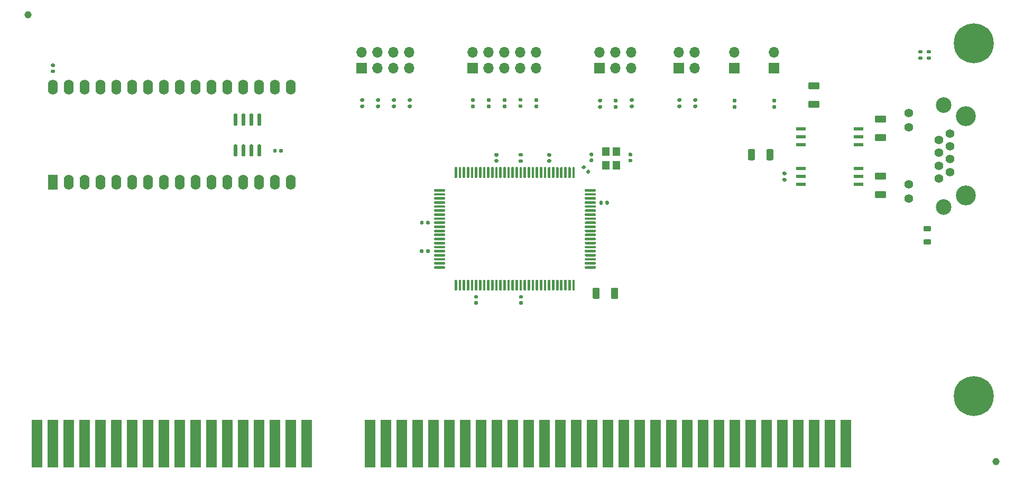
<source format=gts>
%TF.GenerationSoftware,KiCad,Pcbnew,5.1.7*%
%TF.CreationDate,2020-11-15T02:55:59+01:00*%
%TF.ProjectId,ISA8019,49534138-3031-4392-9e6b-696361645f70,rev?*%
%TF.SameCoordinates,Original*%
%TF.FileFunction,Soldermask,Top*%
%TF.FilePolarity,Negative*%
%FSLAX46Y46*%
G04 Gerber Fmt 4.6, Leading zero omitted, Abs format (unit mm)*
G04 Created by KiCad (PCBNEW 5.1.7) date 2020-11-15 02:55:59*
%MOMM*%
%LPD*%
G01*
G04 APERTURE LIST*
%ADD10R,1.780000X7.620000*%
%ADD11C,1.400000*%
%ADD12C,2.500000*%
%ADD13C,3.200000*%
%ADD14O,1.600000X2.400000*%
%ADD15R,1.600000X2.400000*%
%ADD16C,0.800000*%
%ADD17C,6.400000*%
%ADD18R,1.700000X1.700000*%
%ADD19O,1.700000X1.700000*%
%ADD20C,1.152000*%
%ADD21R,1.200000X1.400000*%
%ADD22R,1.500000X0.600000*%
G04 APERTURE END LIST*
D10*
%TO.C,J1*%
X38160000Y-159300000D03*
X40700000Y-159300000D03*
X43240000Y-159300000D03*
X45780000Y-159300000D03*
X48320000Y-159300000D03*
X50860000Y-159300000D03*
X53400000Y-159300000D03*
X55940000Y-159300000D03*
X58480000Y-159300000D03*
X61020000Y-159300000D03*
X63560000Y-159300000D03*
X66100000Y-159300000D03*
X68640000Y-159300000D03*
X71180000Y-159300000D03*
X73720000Y-159300000D03*
X76260000Y-159300000D03*
X78800000Y-159300000D03*
X81340000Y-159300000D03*
X91500000Y-159300000D03*
X94040000Y-159300000D03*
X96580000Y-159300000D03*
X99120000Y-159300000D03*
X101660000Y-159300000D03*
X104200000Y-159300000D03*
X106740000Y-159300000D03*
X109280000Y-159300000D03*
X111820000Y-159300000D03*
X114360000Y-159300000D03*
X116900000Y-159300000D03*
X119440000Y-159300000D03*
X121980000Y-159300000D03*
X124520000Y-159300000D03*
X127060000Y-159300000D03*
X129600000Y-159300000D03*
X132140000Y-159300000D03*
X134680000Y-159300000D03*
X137220000Y-159300000D03*
X139760000Y-159300000D03*
X142300000Y-159300000D03*
X144840000Y-159300000D03*
X147380000Y-159300000D03*
X149920000Y-159300000D03*
X152460000Y-159300000D03*
X155000000Y-159300000D03*
X157540000Y-159300000D03*
X160080000Y-159300000D03*
X162620000Y-159300000D03*
X165160000Y-159300000D03*
X167700000Y-159300000D03*
%TD*%
D11*
%TO.C,J2*%
X177770000Y-117730000D03*
X177770000Y-120020000D03*
X177770000Y-108590000D03*
X177770000Y-106300000D03*
X182570000Y-116730000D03*
X184350000Y-115710000D03*
X182570000Y-114690000D03*
X184350000Y-113670000D03*
X182570000Y-112650000D03*
X184350000Y-111630000D03*
X182570000Y-110610000D03*
X184350000Y-109590000D03*
D12*
X183330000Y-121360000D03*
X183330000Y-104960000D03*
D13*
X186890000Y-119510000D03*
X186890000Y-106810000D03*
%TD*%
%TO.C,U1*%
G36*
G01*
X122873000Y-116685000D02*
X122673000Y-116685000D01*
G75*
G02*
X122573000Y-116585000I0J100000D01*
G01*
X122573000Y-115035000D01*
G75*
G02*
X122673000Y-114935000I100000J0D01*
G01*
X122873000Y-114935000D01*
G75*
G02*
X122973000Y-115035000I0J-100000D01*
G01*
X122973000Y-116585000D01*
G75*
G02*
X122873000Y-116685000I-100000J0D01*
G01*
G37*
G36*
G01*
X127548000Y-118860000D02*
X125998000Y-118860000D01*
G75*
G02*
X125898000Y-118760000I0J100000D01*
G01*
X125898000Y-118560000D01*
G75*
G02*
X125998000Y-118460000I100000J0D01*
G01*
X127548000Y-118460000D01*
G75*
G02*
X127648000Y-118560000I0J-100000D01*
G01*
X127648000Y-118760000D01*
G75*
G02*
X127548000Y-118860000I-100000J0D01*
G01*
G37*
G36*
G01*
X124173000Y-116685000D02*
X123973000Y-116685000D01*
G75*
G02*
X123873000Y-116585000I0J100000D01*
G01*
X123873000Y-115035000D01*
G75*
G02*
X123973000Y-114935000I100000J0D01*
G01*
X124173000Y-114935000D01*
G75*
G02*
X124273000Y-115035000I0J-100000D01*
G01*
X124273000Y-116585000D01*
G75*
G02*
X124173000Y-116685000I-100000J0D01*
G01*
G37*
G36*
G01*
X121573000Y-116685000D02*
X121373000Y-116685000D01*
G75*
G02*
X121273000Y-116585000I0J100000D01*
G01*
X121273000Y-115035000D01*
G75*
G02*
X121373000Y-114935000I100000J0D01*
G01*
X121573000Y-114935000D01*
G75*
G02*
X121673000Y-115035000I0J-100000D01*
G01*
X121673000Y-116585000D01*
G75*
G02*
X121573000Y-116685000I-100000J0D01*
G01*
G37*
G36*
G01*
X120273000Y-116685000D02*
X120073000Y-116685000D01*
G75*
G02*
X119973000Y-116585000I0J100000D01*
G01*
X119973000Y-115035000D01*
G75*
G02*
X120073000Y-114935000I100000J0D01*
G01*
X120273000Y-114935000D01*
G75*
G02*
X120373000Y-115035000I0J-100000D01*
G01*
X120373000Y-116585000D01*
G75*
G02*
X120273000Y-116685000I-100000J0D01*
G01*
G37*
G36*
G01*
X122223000Y-116685000D02*
X122023000Y-116685000D01*
G75*
G02*
X121923000Y-116585000I0J100000D01*
G01*
X121923000Y-115035000D01*
G75*
G02*
X122023000Y-114935000I100000J0D01*
G01*
X122223000Y-114935000D01*
G75*
G02*
X122323000Y-115035000I0J-100000D01*
G01*
X122323000Y-116585000D01*
G75*
G02*
X122223000Y-116685000I-100000J0D01*
G01*
G37*
G36*
G01*
X127548000Y-128610000D02*
X125998000Y-128610000D01*
G75*
G02*
X125898000Y-128510000I0J100000D01*
G01*
X125898000Y-128310000D01*
G75*
G02*
X125998000Y-128210000I100000J0D01*
G01*
X127548000Y-128210000D01*
G75*
G02*
X127648000Y-128310000I0J-100000D01*
G01*
X127648000Y-128510000D01*
G75*
G02*
X127548000Y-128610000I-100000J0D01*
G01*
G37*
G36*
G01*
X127548000Y-120810000D02*
X125998000Y-120810000D01*
G75*
G02*
X125898000Y-120710000I0J100000D01*
G01*
X125898000Y-120510000D01*
G75*
G02*
X125998000Y-120410000I100000J0D01*
G01*
X127548000Y-120410000D01*
G75*
G02*
X127648000Y-120510000I0J-100000D01*
G01*
X127648000Y-120710000D01*
G75*
G02*
X127548000Y-120810000I-100000J0D01*
G01*
G37*
G36*
G01*
X109223000Y-134735000D02*
X109023000Y-134735000D01*
G75*
G02*
X108923000Y-134635000I0J100000D01*
G01*
X108923000Y-133085000D01*
G75*
G02*
X109023000Y-132985000I100000J0D01*
G01*
X109223000Y-132985000D01*
G75*
G02*
X109323000Y-133085000I0J-100000D01*
G01*
X109323000Y-134635000D01*
G75*
G02*
X109223000Y-134735000I-100000J0D01*
G01*
G37*
G36*
G01*
X108573000Y-134735000D02*
X108373000Y-134735000D01*
G75*
G02*
X108273000Y-134635000I0J100000D01*
G01*
X108273000Y-133085000D01*
G75*
G02*
X108373000Y-132985000I100000J0D01*
G01*
X108573000Y-132985000D01*
G75*
G02*
X108673000Y-133085000I0J-100000D01*
G01*
X108673000Y-134635000D01*
G75*
G02*
X108573000Y-134735000I-100000J0D01*
G01*
G37*
G36*
G01*
X107923000Y-134735000D02*
X107723000Y-134735000D01*
G75*
G02*
X107623000Y-134635000I0J100000D01*
G01*
X107623000Y-133085000D01*
G75*
G02*
X107723000Y-132985000I100000J0D01*
G01*
X107923000Y-132985000D01*
G75*
G02*
X108023000Y-133085000I0J-100000D01*
G01*
X108023000Y-134635000D01*
G75*
G02*
X107923000Y-134735000I-100000J0D01*
G01*
G37*
G36*
G01*
X117023000Y-116685000D02*
X116823000Y-116685000D01*
G75*
G02*
X116723000Y-116585000I0J100000D01*
G01*
X116723000Y-115035000D01*
G75*
G02*
X116823000Y-114935000I100000J0D01*
G01*
X117023000Y-114935000D01*
G75*
G02*
X117123000Y-115035000I0J-100000D01*
G01*
X117123000Y-116585000D01*
G75*
G02*
X117023000Y-116685000I-100000J0D01*
G01*
G37*
G36*
G01*
X115073000Y-116685000D02*
X114873000Y-116685000D01*
G75*
G02*
X114773000Y-116585000I0J100000D01*
G01*
X114773000Y-115035000D01*
G75*
G02*
X114873000Y-114935000I100000J0D01*
G01*
X115073000Y-114935000D01*
G75*
G02*
X115173000Y-115035000I0J-100000D01*
G01*
X115173000Y-116585000D01*
G75*
G02*
X115073000Y-116685000I-100000J0D01*
G01*
G37*
G36*
G01*
X120923000Y-134735000D02*
X120723000Y-134735000D01*
G75*
G02*
X120623000Y-134635000I0J100000D01*
G01*
X120623000Y-133085000D01*
G75*
G02*
X120723000Y-132985000I100000J0D01*
G01*
X120923000Y-132985000D01*
G75*
G02*
X121023000Y-133085000I0J-100000D01*
G01*
X121023000Y-134635000D01*
G75*
G02*
X120923000Y-134735000I-100000J0D01*
G01*
G37*
G36*
G01*
X110523000Y-134735000D02*
X110323000Y-134735000D01*
G75*
G02*
X110223000Y-134635000I0J100000D01*
G01*
X110223000Y-133085000D01*
G75*
G02*
X110323000Y-132985000I100000J0D01*
G01*
X110523000Y-132985000D01*
G75*
G02*
X110623000Y-133085000I0J-100000D01*
G01*
X110623000Y-134635000D01*
G75*
G02*
X110523000Y-134735000I-100000J0D01*
G01*
G37*
G36*
G01*
X122223000Y-134735000D02*
X122023000Y-134735000D01*
G75*
G02*
X121923000Y-134635000I0J100000D01*
G01*
X121923000Y-133085000D01*
G75*
G02*
X122023000Y-132985000I100000J0D01*
G01*
X122223000Y-132985000D01*
G75*
G02*
X122323000Y-133085000I0J-100000D01*
G01*
X122323000Y-134635000D01*
G75*
G02*
X122223000Y-134735000I-100000J0D01*
G01*
G37*
G36*
G01*
X121573000Y-134735000D02*
X121373000Y-134735000D01*
G75*
G02*
X121273000Y-134635000I0J100000D01*
G01*
X121273000Y-133085000D01*
G75*
G02*
X121373000Y-132985000I100000J0D01*
G01*
X121573000Y-132985000D01*
G75*
G02*
X121673000Y-133085000I0J-100000D01*
G01*
X121673000Y-134635000D01*
G75*
G02*
X121573000Y-134735000I-100000J0D01*
G01*
G37*
G36*
G01*
X127548000Y-122760000D02*
X125998000Y-122760000D01*
G75*
G02*
X125898000Y-122660000I0J100000D01*
G01*
X125898000Y-122460000D01*
G75*
G02*
X125998000Y-122360000I100000J0D01*
G01*
X127548000Y-122360000D01*
G75*
G02*
X127648000Y-122460000I0J-100000D01*
G01*
X127648000Y-122660000D01*
G75*
G02*
X127548000Y-122760000I-100000J0D01*
G01*
G37*
G36*
G01*
X111823000Y-116685000D02*
X111623000Y-116685000D01*
G75*
G02*
X111523000Y-116585000I0J100000D01*
G01*
X111523000Y-115035000D01*
G75*
G02*
X111623000Y-114935000I100000J0D01*
G01*
X111823000Y-114935000D01*
G75*
G02*
X111923000Y-115035000I0J-100000D01*
G01*
X111923000Y-116585000D01*
G75*
G02*
X111823000Y-116685000I-100000J0D01*
G01*
G37*
G36*
G01*
X118323000Y-134735000D02*
X118123000Y-134735000D01*
G75*
G02*
X118023000Y-134635000I0J100000D01*
G01*
X118023000Y-133085000D01*
G75*
G02*
X118123000Y-132985000I100000J0D01*
G01*
X118323000Y-132985000D01*
G75*
G02*
X118423000Y-133085000I0J-100000D01*
G01*
X118423000Y-134635000D01*
G75*
G02*
X118323000Y-134735000I-100000J0D01*
G01*
G37*
G36*
G01*
X127548000Y-124060000D02*
X125998000Y-124060000D01*
G75*
G02*
X125898000Y-123960000I0J100000D01*
G01*
X125898000Y-123760000D01*
G75*
G02*
X125998000Y-123660000I100000J0D01*
G01*
X127548000Y-123660000D01*
G75*
G02*
X127648000Y-123760000I0J-100000D01*
G01*
X127648000Y-123960000D01*
G75*
G02*
X127548000Y-124060000I-100000J0D01*
G01*
G37*
G36*
G01*
X103398000Y-120160000D02*
X101848000Y-120160000D01*
G75*
G02*
X101748000Y-120060000I0J100000D01*
G01*
X101748000Y-119860000D01*
G75*
G02*
X101848000Y-119760000I100000J0D01*
G01*
X103398000Y-119760000D01*
G75*
G02*
X103498000Y-119860000I0J-100000D01*
G01*
X103498000Y-120060000D01*
G75*
G02*
X103398000Y-120160000I-100000J0D01*
G01*
G37*
G36*
G01*
X105973000Y-134735000D02*
X105773000Y-134735000D01*
G75*
G02*
X105673000Y-134635000I0J100000D01*
G01*
X105673000Y-133085000D01*
G75*
G02*
X105773000Y-132985000I100000J0D01*
G01*
X105973000Y-132985000D01*
G75*
G02*
X106073000Y-133085000I0J-100000D01*
G01*
X106073000Y-134635000D01*
G75*
G02*
X105973000Y-134735000I-100000J0D01*
G01*
G37*
G36*
G01*
X111823000Y-134735000D02*
X111623000Y-134735000D01*
G75*
G02*
X111523000Y-134635000I0J100000D01*
G01*
X111523000Y-133085000D01*
G75*
G02*
X111623000Y-132985000I100000J0D01*
G01*
X111823000Y-132985000D01*
G75*
G02*
X111923000Y-133085000I0J-100000D01*
G01*
X111923000Y-134635000D01*
G75*
G02*
X111823000Y-134735000I-100000J0D01*
G01*
G37*
G36*
G01*
X119623000Y-116685000D02*
X119423000Y-116685000D01*
G75*
G02*
X119323000Y-116585000I0J100000D01*
G01*
X119323000Y-115035000D01*
G75*
G02*
X119423000Y-114935000I100000J0D01*
G01*
X119623000Y-114935000D01*
G75*
G02*
X119723000Y-115035000I0J-100000D01*
G01*
X119723000Y-116585000D01*
G75*
G02*
X119623000Y-116685000I-100000J0D01*
G01*
G37*
G36*
G01*
X127548000Y-122110000D02*
X125998000Y-122110000D01*
G75*
G02*
X125898000Y-122010000I0J100000D01*
G01*
X125898000Y-121810000D01*
G75*
G02*
X125998000Y-121710000I100000J0D01*
G01*
X127548000Y-121710000D01*
G75*
G02*
X127648000Y-121810000I0J-100000D01*
G01*
X127648000Y-122010000D01*
G75*
G02*
X127548000Y-122110000I-100000J0D01*
G01*
G37*
G36*
G01*
X107273000Y-134735000D02*
X107073000Y-134735000D01*
G75*
G02*
X106973000Y-134635000I0J100000D01*
G01*
X106973000Y-133085000D01*
G75*
G02*
X107073000Y-132985000I100000J0D01*
G01*
X107273000Y-132985000D01*
G75*
G02*
X107373000Y-133085000I0J-100000D01*
G01*
X107373000Y-134635000D01*
G75*
G02*
X107273000Y-134735000I-100000J0D01*
G01*
G37*
G36*
G01*
X127548000Y-127310000D02*
X125998000Y-127310000D01*
G75*
G02*
X125898000Y-127210000I0J100000D01*
G01*
X125898000Y-127010000D01*
G75*
G02*
X125998000Y-126910000I100000J0D01*
G01*
X127548000Y-126910000D01*
G75*
G02*
X127648000Y-127010000I0J-100000D01*
G01*
X127648000Y-127210000D01*
G75*
G02*
X127548000Y-127310000I-100000J0D01*
G01*
G37*
G36*
G01*
X112473000Y-134735000D02*
X112273000Y-134735000D01*
G75*
G02*
X112173000Y-134635000I0J100000D01*
G01*
X112173000Y-133085000D01*
G75*
G02*
X112273000Y-132985000I100000J0D01*
G01*
X112473000Y-132985000D01*
G75*
G02*
X112573000Y-133085000I0J-100000D01*
G01*
X112573000Y-134635000D01*
G75*
G02*
X112473000Y-134735000I-100000J0D01*
G01*
G37*
G36*
G01*
X127548000Y-126660000D02*
X125998000Y-126660000D01*
G75*
G02*
X125898000Y-126560000I0J100000D01*
G01*
X125898000Y-126360000D01*
G75*
G02*
X125998000Y-126260000I100000J0D01*
G01*
X127548000Y-126260000D01*
G75*
G02*
X127648000Y-126360000I0J-100000D01*
G01*
X127648000Y-126560000D01*
G75*
G02*
X127548000Y-126660000I-100000J0D01*
G01*
G37*
G36*
G01*
X127548000Y-126010000D02*
X125998000Y-126010000D01*
G75*
G02*
X125898000Y-125910000I0J100000D01*
G01*
X125898000Y-125710000D01*
G75*
G02*
X125998000Y-125610000I100000J0D01*
G01*
X127548000Y-125610000D01*
G75*
G02*
X127648000Y-125710000I0J-100000D01*
G01*
X127648000Y-125910000D01*
G75*
G02*
X127548000Y-126010000I-100000J0D01*
G01*
G37*
G36*
G01*
X127548000Y-125360000D02*
X125998000Y-125360000D01*
G75*
G02*
X125898000Y-125260000I0J100000D01*
G01*
X125898000Y-125060000D01*
G75*
G02*
X125998000Y-124960000I100000J0D01*
G01*
X127548000Y-124960000D01*
G75*
G02*
X127648000Y-125060000I0J-100000D01*
G01*
X127648000Y-125260000D01*
G75*
G02*
X127548000Y-125360000I-100000J0D01*
G01*
G37*
G36*
G01*
X127548000Y-124710000D02*
X125998000Y-124710000D01*
G75*
G02*
X125898000Y-124610000I0J100000D01*
G01*
X125898000Y-124410000D01*
G75*
G02*
X125998000Y-124310000I100000J0D01*
G01*
X127548000Y-124310000D01*
G75*
G02*
X127648000Y-124410000I0J-100000D01*
G01*
X127648000Y-124610000D01*
G75*
G02*
X127548000Y-124710000I-100000J0D01*
G01*
G37*
G36*
G01*
X117673000Y-116685000D02*
X117473000Y-116685000D01*
G75*
G02*
X117373000Y-116585000I0J100000D01*
G01*
X117373000Y-115035000D01*
G75*
G02*
X117473000Y-114935000I100000J0D01*
G01*
X117673000Y-114935000D01*
G75*
G02*
X117773000Y-115035000I0J-100000D01*
G01*
X117773000Y-116585000D01*
G75*
G02*
X117673000Y-116685000I-100000J0D01*
G01*
G37*
G36*
G01*
X103398000Y-118860000D02*
X101848000Y-118860000D01*
G75*
G02*
X101748000Y-118760000I0J100000D01*
G01*
X101748000Y-118560000D01*
G75*
G02*
X101848000Y-118460000I100000J0D01*
G01*
X103398000Y-118460000D01*
G75*
G02*
X103498000Y-118560000I0J-100000D01*
G01*
X103498000Y-118760000D01*
G75*
G02*
X103398000Y-118860000I-100000J0D01*
G01*
G37*
G36*
G01*
X115723000Y-116685000D02*
X115523000Y-116685000D01*
G75*
G02*
X115423000Y-116585000I0J100000D01*
G01*
X115423000Y-115035000D01*
G75*
G02*
X115523000Y-114935000I100000J0D01*
G01*
X115723000Y-114935000D01*
G75*
G02*
X115823000Y-115035000I0J-100000D01*
G01*
X115823000Y-116585000D01*
G75*
G02*
X115723000Y-116685000I-100000J0D01*
G01*
G37*
G36*
G01*
X116373000Y-116685000D02*
X116173000Y-116685000D01*
G75*
G02*
X116073000Y-116585000I0J100000D01*
G01*
X116073000Y-115035000D01*
G75*
G02*
X116173000Y-114935000I100000J0D01*
G01*
X116373000Y-114935000D01*
G75*
G02*
X116473000Y-115035000I0J-100000D01*
G01*
X116473000Y-116585000D01*
G75*
G02*
X116373000Y-116685000I-100000J0D01*
G01*
G37*
G36*
G01*
X122873000Y-134735000D02*
X122673000Y-134735000D01*
G75*
G02*
X122573000Y-134635000I0J100000D01*
G01*
X122573000Y-133085000D01*
G75*
G02*
X122673000Y-132985000I100000J0D01*
G01*
X122873000Y-132985000D01*
G75*
G02*
X122973000Y-133085000I0J-100000D01*
G01*
X122973000Y-134635000D01*
G75*
G02*
X122873000Y-134735000I-100000J0D01*
G01*
G37*
G36*
G01*
X110523000Y-116685000D02*
X110323000Y-116685000D01*
G75*
G02*
X110223000Y-116585000I0J100000D01*
G01*
X110223000Y-115035000D01*
G75*
G02*
X110323000Y-114935000I100000J0D01*
G01*
X110523000Y-114935000D01*
G75*
G02*
X110623000Y-115035000I0J-100000D01*
G01*
X110623000Y-116585000D01*
G75*
G02*
X110523000Y-116685000I-100000J0D01*
G01*
G37*
G36*
G01*
X112473000Y-116685000D02*
X112273000Y-116685000D01*
G75*
G02*
X112173000Y-116585000I0J100000D01*
G01*
X112173000Y-115035000D01*
G75*
G02*
X112273000Y-114935000I100000J0D01*
G01*
X112473000Y-114935000D01*
G75*
G02*
X112573000Y-115035000I0J-100000D01*
G01*
X112573000Y-116585000D01*
G75*
G02*
X112473000Y-116685000I-100000J0D01*
G01*
G37*
G36*
G01*
X111173000Y-134735000D02*
X110973000Y-134735000D01*
G75*
G02*
X110873000Y-134635000I0J100000D01*
G01*
X110873000Y-133085000D01*
G75*
G02*
X110973000Y-132985000I100000J0D01*
G01*
X111173000Y-132985000D01*
G75*
G02*
X111273000Y-133085000I0J-100000D01*
G01*
X111273000Y-134635000D01*
G75*
G02*
X111173000Y-134735000I-100000J0D01*
G01*
G37*
G36*
G01*
X120273000Y-134735000D02*
X120073000Y-134735000D01*
G75*
G02*
X119973000Y-134635000I0J100000D01*
G01*
X119973000Y-133085000D01*
G75*
G02*
X120073000Y-132985000I100000J0D01*
G01*
X120273000Y-132985000D01*
G75*
G02*
X120373000Y-133085000I0J-100000D01*
G01*
X120373000Y-134635000D01*
G75*
G02*
X120273000Y-134735000I-100000J0D01*
G01*
G37*
G36*
G01*
X103398000Y-119510000D02*
X101848000Y-119510000D01*
G75*
G02*
X101748000Y-119410000I0J100000D01*
G01*
X101748000Y-119210000D01*
G75*
G02*
X101848000Y-119110000I100000J0D01*
G01*
X103398000Y-119110000D01*
G75*
G02*
X103498000Y-119210000I0J-100000D01*
G01*
X103498000Y-119410000D01*
G75*
G02*
X103398000Y-119510000I-100000J0D01*
G01*
G37*
G36*
G01*
X119623000Y-134735000D02*
X119423000Y-134735000D01*
G75*
G02*
X119323000Y-134635000I0J100000D01*
G01*
X119323000Y-133085000D01*
G75*
G02*
X119423000Y-132985000I100000J0D01*
G01*
X119623000Y-132985000D01*
G75*
G02*
X119723000Y-133085000I0J-100000D01*
G01*
X119723000Y-134635000D01*
G75*
G02*
X119623000Y-134735000I-100000J0D01*
G01*
G37*
G36*
G01*
X118973000Y-134735000D02*
X118773000Y-134735000D01*
G75*
G02*
X118673000Y-134635000I0J100000D01*
G01*
X118673000Y-133085000D01*
G75*
G02*
X118773000Y-132985000I100000J0D01*
G01*
X118973000Y-132985000D01*
G75*
G02*
X119073000Y-133085000I0J-100000D01*
G01*
X119073000Y-134635000D01*
G75*
G02*
X118973000Y-134735000I-100000J0D01*
G01*
G37*
G36*
G01*
X105323000Y-134735000D02*
X105123000Y-134735000D01*
G75*
G02*
X105023000Y-134635000I0J100000D01*
G01*
X105023000Y-133085000D01*
G75*
G02*
X105123000Y-132985000I100000J0D01*
G01*
X105323000Y-132985000D01*
G75*
G02*
X105423000Y-133085000I0J-100000D01*
G01*
X105423000Y-134635000D01*
G75*
G02*
X105323000Y-134735000I-100000J0D01*
G01*
G37*
G36*
G01*
X109873000Y-134735000D02*
X109673000Y-134735000D01*
G75*
G02*
X109573000Y-134635000I0J100000D01*
G01*
X109573000Y-133085000D01*
G75*
G02*
X109673000Y-132985000I100000J0D01*
G01*
X109873000Y-132985000D01*
G75*
G02*
X109973000Y-133085000I0J-100000D01*
G01*
X109973000Y-134635000D01*
G75*
G02*
X109873000Y-134735000I-100000J0D01*
G01*
G37*
G36*
G01*
X109873000Y-116685000D02*
X109673000Y-116685000D01*
G75*
G02*
X109573000Y-116585000I0J100000D01*
G01*
X109573000Y-115035000D01*
G75*
G02*
X109673000Y-114935000I100000J0D01*
G01*
X109873000Y-114935000D01*
G75*
G02*
X109973000Y-115035000I0J-100000D01*
G01*
X109973000Y-116585000D01*
G75*
G02*
X109873000Y-116685000I-100000J0D01*
G01*
G37*
G36*
G01*
X111173000Y-116685000D02*
X110973000Y-116685000D01*
G75*
G02*
X110873000Y-116585000I0J100000D01*
G01*
X110873000Y-115035000D01*
G75*
G02*
X110973000Y-114935000I100000J0D01*
G01*
X111173000Y-114935000D01*
G75*
G02*
X111273000Y-115035000I0J-100000D01*
G01*
X111273000Y-116585000D01*
G75*
G02*
X111173000Y-116685000I-100000J0D01*
G01*
G37*
G36*
G01*
X127548000Y-123410000D02*
X125998000Y-123410000D01*
G75*
G02*
X125898000Y-123310000I0J100000D01*
G01*
X125898000Y-123110000D01*
G75*
G02*
X125998000Y-123010000I100000J0D01*
G01*
X127548000Y-123010000D01*
G75*
G02*
X127648000Y-123110000I0J-100000D01*
G01*
X127648000Y-123310000D01*
G75*
G02*
X127548000Y-123410000I-100000J0D01*
G01*
G37*
G36*
G01*
X120923000Y-116685000D02*
X120723000Y-116685000D01*
G75*
G02*
X120623000Y-116585000I0J100000D01*
G01*
X120623000Y-115035000D01*
G75*
G02*
X120723000Y-114935000I100000J0D01*
G01*
X120923000Y-114935000D01*
G75*
G02*
X121023000Y-115035000I0J-100000D01*
G01*
X121023000Y-116585000D01*
G75*
G02*
X120923000Y-116685000I-100000J0D01*
G01*
G37*
G36*
G01*
X103398000Y-120810000D02*
X101848000Y-120810000D01*
G75*
G02*
X101748000Y-120710000I0J100000D01*
G01*
X101748000Y-120510000D01*
G75*
G02*
X101848000Y-120410000I100000J0D01*
G01*
X103398000Y-120410000D01*
G75*
G02*
X103498000Y-120510000I0J-100000D01*
G01*
X103498000Y-120710000D01*
G75*
G02*
X103398000Y-120810000I-100000J0D01*
G01*
G37*
G36*
G01*
X117673000Y-134735000D02*
X117473000Y-134735000D01*
G75*
G02*
X117373000Y-134635000I0J100000D01*
G01*
X117373000Y-133085000D01*
G75*
G02*
X117473000Y-132985000I100000J0D01*
G01*
X117673000Y-132985000D01*
G75*
G02*
X117773000Y-133085000I0J-100000D01*
G01*
X117773000Y-134635000D01*
G75*
G02*
X117673000Y-134735000I-100000J0D01*
G01*
G37*
G36*
G01*
X109223000Y-116685000D02*
X109023000Y-116685000D01*
G75*
G02*
X108923000Y-116585000I0J100000D01*
G01*
X108923000Y-115035000D01*
G75*
G02*
X109023000Y-114935000I100000J0D01*
G01*
X109223000Y-114935000D01*
G75*
G02*
X109323000Y-115035000I0J-100000D01*
G01*
X109323000Y-116585000D01*
G75*
G02*
X109223000Y-116685000I-100000J0D01*
G01*
G37*
G36*
G01*
X117023000Y-134735000D02*
X116823000Y-134735000D01*
G75*
G02*
X116723000Y-134635000I0J100000D01*
G01*
X116723000Y-133085000D01*
G75*
G02*
X116823000Y-132985000I100000J0D01*
G01*
X117023000Y-132985000D01*
G75*
G02*
X117123000Y-133085000I0J-100000D01*
G01*
X117123000Y-134635000D01*
G75*
G02*
X117023000Y-134735000I-100000J0D01*
G01*
G37*
G36*
G01*
X127548000Y-121460000D02*
X125998000Y-121460000D01*
G75*
G02*
X125898000Y-121360000I0J100000D01*
G01*
X125898000Y-121160000D01*
G75*
G02*
X125998000Y-121060000I100000J0D01*
G01*
X127548000Y-121060000D01*
G75*
G02*
X127648000Y-121160000I0J-100000D01*
G01*
X127648000Y-121360000D01*
G75*
G02*
X127548000Y-121460000I-100000J0D01*
G01*
G37*
G36*
G01*
X114423000Y-116685000D02*
X114223000Y-116685000D01*
G75*
G02*
X114123000Y-116585000I0J100000D01*
G01*
X114123000Y-115035000D01*
G75*
G02*
X114223000Y-114935000I100000J0D01*
G01*
X114423000Y-114935000D01*
G75*
G02*
X114523000Y-115035000I0J-100000D01*
G01*
X114523000Y-116585000D01*
G75*
G02*
X114423000Y-116685000I-100000J0D01*
G01*
G37*
G36*
G01*
X113773000Y-116685000D02*
X113573000Y-116685000D01*
G75*
G02*
X113473000Y-116585000I0J100000D01*
G01*
X113473000Y-115035000D01*
G75*
G02*
X113573000Y-114935000I100000J0D01*
G01*
X113773000Y-114935000D01*
G75*
G02*
X113873000Y-115035000I0J-100000D01*
G01*
X113873000Y-116585000D01*
G75*
G02*
X113773000Y-116685000I-100000J0D01*
G01*
G37*
G36*
G01*
X113123000Y-116685000D02*
X112923000Y-116685000D01*
G75*
G02*
X112823000Y-116585000I0J100000D01*
G01*
X112823000Y-115035000D01*
G75*
G02*
X112923000Y-114935000I100000J0D01*
G01*
X113123000Y-114935000D01*
G75*
G02*
X113223000Y-115035000I0J-100000D01*
G01*
X113223000Y-116585000D01*
G75*
G02*
X113123000Y-116685000I-100000J0D01*
G01*
G37*
G36*
G01*
X108573000Y-116685000D02*
X108373000Y-116685000D01*
G75*
G02*
X108273000Y-116585000I0J100000D01*
G01*
X108273000Y-115035000D01*
G75*
G02*
X108373000Y-114935000I100000J0D01*
G01*
X108573000Y-114935000D01*
G75*
G02*
X108673000Y-115035000I0J-100000D01*
G01*
X108673000Y-116585000D01*
G75*
G02*
X108573000Y-116685000I-100000J0D01*
G01*
G37*
G36*
G01*
X107923000Y-116685000D02*
X107723000Y-116685000D01*
G75*
G02*
X107623000Y-116585000I0J100000D01*
G01*
X107623000Y-115035000D01*
G75*
G02*
X107723000Y-114935000I100000J0D01*
G01*
X107923000Y-114935000D01*
G75*
G02*
X108023000Y-115035000I0J-100000D01*
G01*
X108023000Y-116585000D01*
G75*
G02*
X107923000Y-116685000I-100000J0D01*
G01*
G37*
G36*
G01*
X107273000Y-116685000D02*
X107073000Y-116685000D01*
G75*
G02*
X106973000Y-116585000I0J100000D01*
G01*
X106973000Y-115035000D01*
G75*
G02*
X107073000Y-114935000I100000J0D01*
G01*
X107273000Y-114935000D01*
G75*
G02*
X107373000Y-115035000I0J-100000D01*
G01*
X107373000Y-116585000D01*
G75*
G02*
X107273000Y-116685000I-100000J0D01*
G01*
G37*
G36*
G01*
X106623000Y-116685000D02*
X106423000Y-116685000D01*
G75*
G02*
X106323000Y-116585000I0J100000D01*
G01*
X106323000Y-115035000D01*
G75*
G02*
X106423000Y-114935000I100000J0D01*
G01*
X106623000Y-114935000D01*
G75*
G02*
X106723000Y-115035000I0J-100000D01*
G01*
X106723000Y-116585000D01*
G75*
G02*
X106623000Y-116685000I-100000J0D01*
G01*
G37*
G36*
G01*
X116373000Y-134735000D02*
X116173000Y-134735000D01*
G75*
G02*
X116073000Y-134635000I0J100000D01*
G01*
X116073000Y-133085000D01*
G75*
G02*
X116173000Y-132985000I100000J0D01*
G01*
X116373000Y-132985000D01*
G75*
G02*
X116473000Y-133085000I0J-100000D01*
G01*
X116473000Y-134635000D01*
G75*
G02*
X116373000Y-134735000I-100000J0D01*
G01*
G37*
G36*
G01*
X118323000Y-116685000D02*
X118123000Y-116685000D01*
G75*
G02*
X118023000Y-116585000I0J100000D01*
G01*
X118023000Y-115035000D01*
G75*
G02*
X118123000Y-114935000I100000J0D01*
G01*
X118323000Y-114935000D01*
G75*
G02*
X118423000Y-115035000I0J-100000D01*
G01*
X118423000Y-116585000D01*
G75*
G02*
X118323000Y-116685000I-100000J0D01*
G01*
G37*
G36*
G01*
X106623000Y-134735000D02*
X106423000Y-134735000D01*
G75*
G02*
X106323000Y-134635000I0J100000D01*
G01*
X106323000Y-133085000D01*
G75*
G02*
X106423000Y-132985000I100000J0D01*
G01*
X106623000Y-132985000D01*
G75*
G02*
X106723000Y-133085000I0J-100000D01*
G01*
X106723000Y-134635000D01*
G75*
G02*
X106623000Y-134735000I-100000J0D01*
G01*
G37*
G36*
G01*
X115723000Y-134735000D02*
X115523000Y-134735000D01*
G75*
G02*
X115423000Y-134635000I0J100000D01*
G01*
X115423000Y-133085000D01*
G75*
G02*
X115523000Y-132985000I100000J0D01*
G01*
X115723000Y-132985000D01*
G75*
G02*
X115823000Y-133085000I0J-100000D01*
G01*
X115823000Y-134635000D01*
G75*
G02*
X115723000Y-134735000I-100000J0D01*
G01*
G37*
G36*
G01*
X115073000Y-134735000D02*
X114873000Y-134735000D01*
G75*
G02*
X114773000Y-134635000I0J100000D01*
G01*
X114773000Y-133085000D01*
G75*
G02*
X114873000Y-132985000I100000J0D01*
G01*
X115073000Y-132985000D01*
G75*
G02*
X115173000Y-133085000I0J-100000D01*
G01*
X115173000Y-134635000D01*
G75*
G02*
X115073000Y-134735000I-100000J0D01*
G01*
G37*
G36*
G01*
X114423000Y-134735000D02*
X114223000Y-134735000D01*
G75*
G02*
X114123000Y-134635000I0J100000D01*
G01*
X114123000Y-133085000D01*
G75*
G02*
X114223000Y-132985000I100000J0D01*
G01*
X114423000Y-132985000D01*
G75*
G02*
X114523000Y-133085000I0J-100000D01*
G01*
X114523000Y-134635000D01*
G75*
G02*
X114423000Y-134735000I-100000J0D01*
G01*
G37*
G36*
G01*
X113773000Y-134735000D02*
X113573000Y-134735000D01*
G75*
G02*
X113473000Y-134635000I0J100000D01*
G01*
X113473000Y-133085000D01*
G75*
G02*
X113573000Y-132985000I100000J0D01*
G01*
X113773000Y-132985000D01*
G75*
G02*
X113873000Y-133085000I0J-100000D01*
G01*
X113873000Y-134635000D01*
G75*
G02*
X113773000Y-134735000I-100000J0D01*
G01*
G37*
G36*
G01*
X113123000Y-134735000D02*
X112923000Y-134735000D01*
G75*
G02*
X112823000Y-134635000I0J100000D01*
G01*
X112823000Y-133085000D01*
G75*
G02*
X112923000Y-132985000I100000J0D01*
G01*
X113123000Y-132985000D01*
G75*
G02*
X113223000Y-133085000I0J-100000D01*
G01*
X113223000Y-134635000D01*
G75*
G02*
X113123000Y-134735000I-100000J0D01*
G01*
G37*
G36*
G01*
X118973000Y-116685000D02*
X118773000Y-116685000D01*
G75*
G02*
X118673000Y-116585000I0J100000D01*
G01*
X118673000Y-115035000D01*
G75*
G02*
X118773000Y-114935000I100000J0D01*
G01*
X118973000Y-114935000D01*
G75*
G02*
X119073000Y-115035000I0J-100000D01*
G01*
X119073000Y-116585000D01*
G75*
G02*
X118973000Y-116685000I-100000J0D01*
G01*
G37*
G36*
G01*
X127548000Y-131210000D02*
X125998000Y-131210000D01*
G75*
G02*
X125898000Y-131110000I0J100000D01*
G01*
X125898000Y-130910000D01*
G75*
G02*
X125998000Y-130810000I100000J0D01*
G01*
X127548000Y-130810000D01*
G75*
G02*
X127648000Y-130910000I0J-100000D01*
G01*
X127648000Y-131110000D01*
G75*
G02*
X127548000Y-131210000I-100000J0D01*
G01*
G37*
G36*
G01*
X123523000Y-134735000D02*
X123323000Y-134735000D01*
G75*
G02*
X123223000Y-134635000I0J100000D01*
G01*
X123223000Y-133085000D01*
G75*
G02*
X123323000Y-132985000I100000J0D01*
G01*
X123523000Y-132985000D01*
G75*
G02*
X123623000Y-133085000I0J-100000D01*
G01*
X123623000Y-134635000D01*
G75*
G02*
X123523000Y-134735000I-100000J0D01*
G01*
G37*
G36*
G01*
X124173000Y-134735000D02*
X123973000Y-134735000D01*
G75*
G02*
X123873000Y-134635000I0J100000D01*
G01*
X123873000Y-133085000D01*
G75*
G02*
X123973000Y-132985000I100000J0D01*
G01*
X124173000Y-132985000D01*
G75*
G02*
X124273000Y-133085000I0J-100000D01*
G01*
X124273000Y-134635000D01*
G75*
G02*
X124173000Y-134735000I-100000J0D01*
G01*
G37*
G36*
G01*
X103398000Y-128610000D02*
X101848000Y-128610000D01*
G75*
G02*
X101748000Y-128510000I0J100000D01*
G01*
X101748000Y-128310000D01*
G75*
G02*
X101848000Y-128210000I100000J0D01*
G01*
X103398000Y-128210000D01*
G75*
G02*
X103498000Y-128310000I0J-100000D01*
G01*
X103498000Y-128510000D01*
G75*
G02*
X103398000Y-128610000I-100000J0D01*
G01*
G37*
G36*
G01*
X103398000Y-129260000D02*
X101848000Y-129260000D01*
G75*
G02*
X101748000Y-129160000I0J100000D01*
G01*
X101748000Y-128960000D01*
G75*
G02*
X101848000Y-128860000I100000J0D01*
G01*
X103398000Y-128860000D01*
G75*
G02*
X103498000Y-128960000I0J-100000D01*
G01*
X103498000Y-129160000D01*
G75*
G02*
X103398000Y-129260000I-100000J0D01*
G01*
G37*
G36*
G01*
X103398000Y-129910000D02*
X101848000Y-129910000D01*
G75*
G02*
X101748000Y-129810000I0J100000D01*
G01*
X101748000Y-129610000D01*
G75*
G02*
X101848000Y-129510000I100000J0D01*
G01*
X103398000Y-129510000D01*
G75*
G02*
X103498000Y-129610000I0J-100000D01*
G01*
X103498000Y-129810000D01*
G75*
G02*
X103398000Y-129910000I-100000J0D01*
G01*
G37*
G36*
G01*
X103398000Y-130560000D02*
X101848000Y-130560000D01*
G75*
G02*
X101748000Y-130460000I0J100000D01*
G01*
X101748000Y-130260000D01*
G75*
G02*
X101848000Y-130160000I100000J0D01*
G01*
X103398000Y-130160000D01*
G75*
G02*
X103498000Y-130260000I0J-100000D01*
G01*
X103498000Y-130460000D01*
G75*
G02*
X103398000Y-130560000I-100000J0D01*
G01*
G37*
G36*
G01*
X103398000Y-131210000D02*
X101848000Y-131210000D01*
G75*
G02*
X101748000Y-131110000I0J100000D01*
G01*
X101748000Y-130910000D01*
G75*
G02*
X101848000Y-130810000I100000J0D01*
G01*
X103398000Y-130810000D01*
G75*
G02*
X103498000Y-130910000I0J-100000D01*
G01*
X103498000Y-131110000D01*
G75*
G02*
X103398000Y-131210000I-100000J0D01*
G01*
G37*
G36*
G01*
X103398000Y-124710000D02*
X101848000Y-124710000D01*
G75*
G02*
X101748000Y-124610000I0J100000D01*
G01*
X101748000Y-124410000D01*
G75*
G02*
X101848000Y-124310000I100000J0D01*
G01*
X103398000Y-124310000D01*
G75*
G02*
X103498000Y-124410000I0J-100000D01*
G01*
X103498000Y-124610000D01*
G75*
G02*
X103398000Y-124710000I-100000J0D01*
G01*
G37*
G36*
G01*
X103398000Y-125360000D02*
X101848000Y-125360000D01*
G75*
G02*
X101748000Y-125260000I0J100000D01*
G01*
X101748000Y-125060000D01*
G75*
G02*
X101848000Y-124960000I100000J0D01*
G01*
X103398000Y-124960000D01*
G75*
G02*
X103498000Y-125060000I0J-100000D01*
G01*
X103498000Y-125260000D01*
G75*
G02*
X103398000Y-125360000I-100000J0D01*
G01*
G37*
G36*
G01*
X103398000Y-126010000D02*
X101848000Y-126010000D01*
G75*
G02*
X101748000Y-125910000I0J100000D01*
G01*
X101748000Y-125710000D01*
G75*
G02*
X101848000Y-125610000I100000J0D01*
G01*
X103398000Y-125610000D01*
G75*
G02*
X103498000Y-125710000I0J-100000D01*
G01*
X103498000Y-125910000D01*
G75*
G02*
X103398000Y-126010000I-100000J0D01*
G01*
G37*
G36*
G01*
X103398000Y-126660000D02*
X101848000Y-126660000D01*
G75*
G02*
X101748000Y-126560000I0J100000D01*
G01*
X101748000Y-126360000D01*
G75*
G02*
X101848000Y-126260000I100000J0D01*
G01*
X103398000Y-126260000D01*
G75*
G02*
X103498000Y-126360000I0J-100000D01*
G01*
X103498000Y-126560000D01*
G75*
G02*
X103398000Y-126660000I-100000J0D01*
G01*
G37*
G36*
G01*
X103398000Y-127310000D02*
X101848000Y-127310000D01*
G75*
G02*
X101748000Y-127210000I0J100000D01*
G01*
X101748000Y-127010000D01*
G75*
G02*
X101848000Y-126910000I100000J0D01*
G01*
X103398000Y-126910000D01*
G75*
G02*
X103498000Y-127010000I0J-100000D01*
G01*
X103498000Y-127210000D01*
G75*
G02*
X103398000Y-127310000I-100000J0D01*
G01*
G37*
G36*
G01*
X103398000Y-127960000D02*
X101848000Y-127960000D01*
G75*
G02*
X101748000Y-127860000I0J100000D01*
G01*
X101748000Y-127660000D01*
G75*
G02*
X101848000Y-127560000I100000J0D01*
G01*
X103398000Y-127560000D01*
G75*
G02*
X103498000Y-127660000I0J-100000D01*
G01*
X103498000Y-127860000D01*
G75*
G02*
X103398000Y-127960000I-100000J0D01*
G01*
G37*
G36*
G01*
X103398000Y-121460000D02*
X101848000Y-121460000D01*
G75*
G02*
X101748000Y-121360000I0J100000D01*
G01*
X101748000Y-121160000D01*
G75*
G02*
X101848000Y-121060000I100000J0D01*
G01*
X103398000Y-121060000D01*
G75*
G02*
X103498000Y-121160000I0J-100000D01*
G01*
X103498000Y-121360000D01*
G75*
G02*
X103398000Y-121460000I-100000J0D01*
G01*
G37*
G36*
G01*
X103398000Y-122110000D02*
X101848000Y-122110000D01*
G75*
G02*
X101748000Y-122010000I0J100000D01*
G01*
X101748000Y-121810000D01*
G75*
G02*
X101848000Y-121710000I100000J0D01*
G01*
X103398000Y-121710000D01*
G75*
G02*
X103498000Y-121810000I0J-100000D01*
G01*
X103498000Y-122010000D01*
G75*
G02*
X103398000Y-122110000I-100000J0D01*
G01*
G37*
G36*
G01*
X103398000Y-122760000D02*
X101848000Y-122760000D01*
G75*
G02*
X101748000Y-122660000I0J100000D01*
G01*
X101748000Y-122460000D01*
G75*
G02*
X101848000Y-122360000I100000J0D01*
G01*
X103398000Y-122360000D01*
G75*
G02*
X103498000Y-122460000I0J-100000D01*
G01*
X103498000Y-122660000D01*
G75*
G02*
X103398000Y-122760000I-100000J0D01*
G01*
G37*
G36*
G01*
X103398000Y-123410000D02*
X101848000Y-123410000D01*
G75*
G02*
X101748000Y-123310000I0J100000D01*
G01*
X101748000Y-123110000D01*
G75*
G02*
X101848000Y-123010000I100000J0D01*
G01*
X103398000Y-123010000D01*
G75*
G02*
X103498000Y-123110000I0J-100000D01*
G01*
X103498000Y-123310000D01*
G75*
G02*
X103398000Y-123410000I-100000J0D01*
G01*
G37*
G36*
G01*
X103398000Y-124060000D02*
X101848000Y-124060000D01*
G75*
G02*
X101748000Y-123960000I0J100000D01*
G01*
X101748000Y-123760000D01*
G75*
G02*
X101848000Y-123660000I100000J0D01*
G01*
X103398000Y-123660000D01*
G75*
G02*
X103498000Y-123760000I0J-100000D01*
G01*
X103498000Y-123960000D01*
G75*
G02*
X103398000Y-124060000I-100000J0D01*
G01*
G37*
G36*
G01*
X105973000Y-116685000D02*
X105773000Y-116685000D01*
G75*
G02*
X105673000Y-116585000I0J100000D01*
G01*
X105673000Y-115035000D01*
G75*
G02*
X105773000Y-114935000I100000J0D01*
G01*
X105973000Y-114935000D01*
G75*
G02*
X106073000Y-115035000I0J-100000D01*
G01*
X106073000Y-116585000D01*
G75*
G02*
X105973000Y-116685000I-100000J0D01*
G01*
G37*
G36*
G01*
X105323000Y-116685000D02*
X105123000Y-116685000D01*
G75*
G02*
X105023000Y-116585000I0J100000D01*
G01*
X105023000Y-115035000D01*
G75*
G02*
X105123000Y-114935000I100000J0D01*
G01*
X105323000Y-114935000D01*
G75*
G02*
X105423000Y-115035000I0J-100000D01*
G01*
X105423000Y-116585000D01*
G75*
G02*
X105323000Y-116685000I-100000J0D01*
G01*
G37*
G36*
G01*
X127548000Y-129260000D02*
X125998000Y-129260000D01*
G75*
G02*
X125898000Y-129160000I0J100000D01*
G01*
X125898000Y-128960000D01*
G75*
G02*
X125998000Y-128860000I100000J0D01*
G01*
X127548000Y-128860000D01*
G75*
G02*
X127648000Y-128960000I0J-100000D01*
G01*
X127648000Y-129160000D01*
G75*
G02*
X127548000Y-129260000I-100000J0D01*
G01*
G37*
G36*
G01*
X127548000Y-129910000D02*
X125998000Y-129910000D01*
G75*
G02*
X125898000Y-129810000I0J100000D01*
G01*
X125898000Y-129610000D01*
G75*
G02*
X125998000Y-129510000I100000J0D01*
G01*
X127548000Y-129510000D01*
G75*
G02*
X127648000Y-129610000I0J-100000D01*
G01*
X127648000Y-129810000D01*
G75*
G02*
X127548000Y-129910000I-100000J0D01*
G01*
G37*
G36*
G01*
X127548000Y-130560000D02*
X125998000Y-130560000D01*
G75*
G02*
X125898000Y-130460000I0J100000D01*
G01*
X125898000Y-130260000D01*
G75*
G02*
X125998000Y-130160000I100000J0D01*
G01*
X127548000Y-130160000D01*
G75*
G02*
X127648000Y-130260000I0J-100000D01*
G01*
X127648000Y-130460000D01*
G75*
G02*
X127548000Y-130560000I-100000J0D01*
G01*
G37*
G36*
G01*
X127548000Y-127960000D02*
X125998000Y-127960000D01*
G75*
G02*
X125898000Y-127860000I0J100000D01*
G01*
X125898000Y-127660000D01*
G75*
G02*
X125998000Y-127560000I100000J0D01*
G01*
X127548000Y-127560000D01*
G75*
G02*
X127648000Y-127660000I0J-100000D01*
G01*
X127648000Y-127860000D01*
G75*
G02*
X127548000Y-127960000I-100000J0D01*
G01*
G37*
G36*
G01*
X127548000Y-120160000D02*
X125998000Y-120160000D01*
G75*
G02*
X125898000Y-120060000I0J100000D01*
G01*
X125898000Y-119860000D01*
G75*
G02*
X125998000Y-119760000I100000J0D01*
G01*
X127548000Y-119760000D01*
G75*
G02*
X127648000Y-119860000I0J-100000D01*
G01*
X127648000Y-120060000D01*
G75*
G02*
X127548000Y-120160000I-100000J0D01*
G01*
G37*
G36*
G01*
X123523000Y-116685000D02*
X123323000Y-116685000D01*
G75*
G02*
X123223000Y-116585000I0J100000D01*
G01*
X123223000Y-115035000D01*
G75*
G02*
X123323000Y-114935000I100000J0D01*
G01*
X123523000Y-114935000D01*
G75*
G02*
X123623000Y-115035000I0J-100000D01*
G01*
X123623000Y-116585000D01*
G75*
G02*
X123523000Y-116685000I-100000J0D01*
G01*
G37*
G36*
G01*
X127548000Y-119510000D02*
X125998000Y-119510000D01*
G75*
G02*
X125898000Y-119410000I0J100000D01*
G01*
X125898000Y-119210000D01*
G75*
G02*
X125998000Y-119110000I100000J0D01*
G01*
X127548000Y-119110000D01*
G75*
G02*
X127648000Y-119210000I0J-100000D01*
G01*
X127648000Y-119410000D01*
G75*
G02*
X127548000Y-119510000I-100000J0D01*
G01*
G37*
%TD*%
D14*
%TO.C,U3*%
X40700000Y-102150000D03*
X78800000Y-117390000D03*
X43240000Y-102150000D03*
X76260000Y-117390000D03*
X45780000Y-102150000D03*
X73720000Y-117390000D03*
X48320000Y-102150000D03*
X71180000Y-117390000D03*
X50860000Y-102150000D03*
X68640000Y-117390000D03*
X53400000Y-102150000D03*
X66100000Y-117390000D03*
X55940000Y-102150000D03*
X63560000Y-117390000D03*
X58480000Y-102150000D03*
X61020000Y-117390000D03*
X61020000Y-102150000D03*
X58480000Y-117390000D03*
X63560000Y-102150000D03*
X55940000Y-117390000D03*
X66100000Y-102150000D03*
X53400000Y-117390000D03*
X68640000Y-102150000D03*
X50860000Y-117390000D03*
X71180000Y-102150000D03*
X48320000Y-117390000D03*
X73720000Y-102150000D03*
X45780000Y-117390000D03*
X76260000Y-102150000D03*
X43240000Y-117390000D03*
X78800000Y-102150000D03*
D15*
X40700000Y-117390000D03*
%TD*%
%TO.C,C12*%
G36*
G01*
X111888400Y-113253000D02*
X111548400Y-113253000D01*
G75*
G02*
X111408400Y-113113000I0J140000D01*
G01*
X111408400Y-112833000D01*
G75*
G02*
X111548400Y-112693000I140000J0D01*
G01*
X111888400Y-112693000D01*
G75*
G02*
X112028400Y-112833000I0J-140000D01*
G01*
X112028400Y-113113000D01*
G75*
G02*
X111888400Y-113253000I-140000J0D01*
G01*
G37*
G36*
G01*
X111888400Y-114213000D02*
X111548400Y-114213000D01*
G75*
G02*
X111408400Y-114073000I0J140000D01*
G01*
X111408400Y-113793000D01*
G75*
G02*
X111548400Y-113653000I140000J0D01*
G01*
X111888400Y-113653000D01*
G75*
G02*
X112028400Y-113793000I0J-140000D01*
G01*
X112028400Y-114073000D01*
G75*
G02*
X111888400Y-114213000I-140000J0D01*
G01*
G37*
%TD*%
%TO.C,FB1*%
G36*
G01*
X180339750Y-126482000D02*
X181102250Y-126482000D01*
G75*
G02*
X181321000Y-126700750I0J-218750D01*
G01*
X181321000Y-127138250D01*
G75*
G02*
X181102250Y-127357000I-218750J0D01*
G01*
X180339750Y-127357000D01*
G75*
G02*
X180121000Y-127138250I0J218750D01*
G01*
X180121000Y-126700750D01*
G75*
G02*
X180339750Y-126482000I218750J0D01*
G01*
G37*
G36*
G01*
X180339750Y-124357000D02*
X181102250Y-124357000D01*
G75*
G02*
X181321000Y-124575750I0J-218750D01*
G01*
X181321000Y-125013250D01*
G75*
G02*
X181102250Y-125232000I-218750J0D01*
G01*
X180339750Y-125232000D01*
G75*
G02*
X180121000Y-125013250I0J218750D01*
G01*
X180121000Y-124575750D01*
G75*
G02*
X180339750Y-124357000I218750J0D01*
G01*
G37*
%TD*%
D16*
%TO.C,H4*%
X189848056Y-93402944D03*
X188151000Y-92700000D03*
X186453944Y-93402944D03*
X185751000Y-95100000D03*
X186453944Y-96797056D03*
X188151000Y-97500000D03*
X189848056Y-96797056D03*
X190551000Y-95100000D03*
D17*
X188151000Y-95100000D03*
%TD*%
D16*
%TO.C,H3*%
X189848056Y-149917944D03*
X188151000Y-149215000D03*
X186453944Y-149917944D03*
X185751000Y-151615000D03*
X186453944Y-153312056D03*
X188151000Y-154015000D03*
X189848056Y-153312056D03*
X190551000Y-151615000D03*
D17*
X188151000Y-151615000D03*
%TD*%
%TO.C,R22*%
G36*
G01*
X128515000Y-105555000D02*
X128145000Y-105555000D01*
G75*
G02*
X128010000Y-105420000I0J135000D01*
G01*
X128010000Y-105150000D01*
G75*
G02*
X128145000Y-105015000I135000J0D01*
G01*
X128515000Y-105015000D01*
G75*
G02*
X128650000Y-105150000I0J-135000D01*
G01*
X128650000Y-105420000D01*
G75*
G02*
X128515000Y-105555000I-135000J0D01*
G01*
G37*
G36*
G01*
X128515000Y-104535000D02*
X128145000Y-104535000D01*
G75*
G02*
X128010000Y-104400000I0J135000D01*
G01*
X128010000Y-104130000D01*
G75*
G02*
X128145000Y-103995000I135000J0D01*
G01*
X128515000Y-103995000D01*
G75*
G02*
X128650000Y-104130000I0J-135000D01*
G01*
X128650000Y-104400000D01*
G75*
G02*
X128515000Y-104535000I-135000J0D01*
G01*
G37*
%TD*%
%TO.C,R21*%
G36*
G01*
X130995000Y-105555000D02*
X130625000Y-105555000D01*
G75*
G02*
X130490000Y-105420000I0J135000D01*
G01*
X130490000Y-105150000D01*
G75*
G02*
X130625000Y-105015000I135000J0D01*
G01*
X130995000Y-105015000D01*
G75*
G02*
X131130000Y-105150000I0J-135000D01*
G01*
X131130000Y-105420000D01*
G75*
G02*
X130995000Y-105555000I-135000J0D01*
G01*
G37*
G36*
G01*
X130995000Y-104535000D02*
X130625000Y-104535000D01*
G75*
G02*
X130490000Y-104400000I0J135000D01*
G01*
X130490000Y-104130000D01*
G75*
G02*
X130625000Y-103995000I135000J0D01*
G01*
X130995000Y-103995000D01*
G75*
G02*
X131130000Y-104130000I0J-135000D01*
G01*
X131130000Y-104400000D01*
G75*
G02*
X130995000Y-104535000I-135000J0D01*
G01*
G37*
%TD*%
%TO.C,R20*%
G36*
G01*
X133595000Y-105470000D02*
X133225000Y-105470000D01*
G75*
G02*
X133090000Y-105335000I0J135000D01*
G01*
X133090000Y-105065000D01*
G75*
G02*
X133225000Y-104930000I135000J0D01*
G01*
X133595000Y-104930000D01*
G75*
G02*
X133730000Y-105065000I0J-135000D01*
G01*
X133730000Y-105335000D01*
G75*
G02*
X133595000Y-105470000I-135000J0D01*
G01*
G37*
G36*
G01*
X133595000Y-104450000D02*
X133225000Y-104450000D01*
G75*
G02*
X133090000Y-104315000I0J135000D01*
G01*
X133090000Y-104045000D01*
G75*
G02*
X133225000Y-103910000I135000J0D01*
G01*
X133595000Y-103910000D01*
G75*
G02*
X133730000Y-104045000I0J-135000D01*
G01*
X133730000Y-104315000D01*
G75*
G02*
X133595000Y-104450000I-135000J0D01*
G01*
G37*
%TD*%
%TO.C,R19*%
G36*
G01*
X141215000Y-105470000D02*
X140845000Y-105470000D01*
G75*
G02*
X140710000Y-105335000I0J135000D01*
G01*
X140710000Y-105065000D01*
G75*
G02*
X140845000Y-104930000I135000J0D01*
G01*
X141215000Y-104930000D01*
G75*
G02*
X141350000Y-105065000I0J-135000D01*
G01*
X141350000Y-105335000D01*
G75*
G02*
X141215000Y-105470000I-135000J0D01*
G01*
G37*
G36*
G01*
X141215000Y-104450000D02*
X140845000Y-104450000D01*
G75*
G02*
X140710000Y-104315000I0J135000D01*
G01*
X140710000Y-104045000D01*
G75*
G02*
X140845000Y-103910000I135000J0D01*
G01*
X141215000Y-103910000D01*
G75*
G02*
X141350000Y-104045000I0J-135000D01*
G01*
X141350000Y-104315000D01*
G75*
G02*
X141215000Y-104450000I-135000J0D01*
G01*
G37*
%TD*%
%TO.C,R18*%
G36*
G01*
X143755000Y-105470000D02*
X143385000Y-105470000D01*
G75*
G02*
X143250000Y-105335000I0J135000D01*
G01*
X143250000Y-105065000D01*
G75*
G02*
X143385000Y-104930000I135000J0D01*
G01*
X143755000Y-104930000D01*
G75*
G02*
X143890000Y-105065000I0J-135000D01*
G01*
X143890000Y-105335000D01*
G75*
G02*
X143755000Y-105470000I-135000J0D01*
G01*
G37*
G36*
G01*
X143755000Y-104450000D02*
X143385000Y-104450000D01*
G75*
G02*
X143250000Y-104315000I0J135000D01*
G01*
X143250000Y-104045000D01*
G75*
G02*
X143385000Y-103910000I135000J0D01*
G01*
X143755000Y-103910000D01*
G75*
G02*
X143890000Y-104045000I0J-135000D01*
G01*
X143890000Y-104315000D01*
G75*
G02*
X143755000Y-104450000I-135000J0D01*
G01*
G37*
%TD*%
%TO.C,R17*%
G36*
G01*
X90415000Y-105470000D02*
X90045000Y-105470000D01*
G75*
G02*
X89910000Y-105335000I0J135000D01*
G01*
X89910000Y-105065000D01*
G75*
G02*
X90045000Y-104930000I135000J0D01*
G01*
X90415000Y-104930000D01*
G75*
G02*
X90550000Y-105065000I0J-135000D01*
G01*
X90550000Y-105335000D01*
G75*
G02*
X90415000Y-105470000I-135000J0D01*
G01*
G37*
G36*
G01*
X90415000Y-104450000D02*
X90045000Y-104450000D01*
G75*
G02*
X89910000Y-104315000I0J135000D01*
G01*
X89910000Y-104045000D01*
G75*
G02*
X90045000Y-103910000I135000J0D01*
G01*
X90415000Y-103910000D01*
G75*
G02*
X90550000Y-104045000I0J-135000D01*
G01*
X90550000Y-104315000D01*
G75*
G02*
X90415000Y-104450000I-135000J0D01*
G01*
G37*
%TD*%
%TO.C,R16*%
G36*
G01*
X92955000Y-105470000D02*
X92585000Y-105470000D01*
G75*
G02*
X92450000Y-105335000I0J135000D01*
G01*
X92450000Y-105065000D01*
G75*
G02*
X92585000Y-104930000I135000J0D01*
G01*
X92955000Y-104930000D01*
G75*
G02*
X93090000Y-105065000I0J-135000D01*
G01*
X93090000Y-105335000D01*
G75*
G02*
X92955000Y-105470000I-135000J0D01*
G01*
G37*
G36*
G01*
X92955000Y-104450000D02*
X92585000Y-104450000D01*
G75*
G02*
X92450000Y-104315000I0J135000D01*
G01*
X92450000Y-104045000D01*
G75*
G02*
X92585000Y-103910000I135000J0D01*
G01*
X92955000Y-103910000D01*
G75*
G02*
X93090000Y-104045000I0J-135000D01*
G01*
X93090000Y-104315000D01*
G75*
G02*
X92955000Y-104450000I-135000J0D01*
G01*
G37*
%TD*%
%TO.C,R15*%
G36*
G01*
X95495000Y-105470000D02*
X95125000Y-105470000D01*
G75*
G02*
X94990000Y-105335000I0J135000D01*
G01*
X94990000Y-105065000D01*
G75*
G02*
X95125000Y-104930000I135000J0D01*
G01*
X95495000Y-104930000D01*
G75*
G02*
X95630000Y-105065000I0J-135000D01*
G01*
X95630000Y-105335000D01*
G75*
G02*
X95495000Y-105470000I-135000J0D01*
G01*
G37*
G36*
G01*
X95495000Y-104450000D02*
X95125000Y-104450000D01*
G75*
G02*
X94990000Y-104315000I0J135000D01*
G01*
X94990000Y-104045000D01*
G75*
G02*
X95125000Y-103910000I135000J0D01*
G01*
X95495000Y-103910000D01*
G75*
G02*
X95630000Y-104045000I0J-135000D01*
G01*
X95630000Y-104315000D01*
G75*
G02*
X95495000Y-104450000I-135000J0D01*
G01*
G37*
%TD*%
%TO.C,R14*%
G36*
G01*
X98035000Y-105470000D02*
X97665000Y-105470000D01*
G75*
G02*
X97530000Y-105335000I0J135000D01*
G01*
X97530000Y-105065000D01*
G75*
G02*
X97665000Y-104930000I135000J0D01*
G01*
X98035000Y-104930000D01*
G75*
G02*
X98170000Y-105065000I0J-135000D01*
G01*
X98170000Y-105335000D01*
G75*
G02*
X98035000Y-105470000I-135000J0D01*
G01*
G37*
G36*
G01*
X98035000Y-104450000D02*
X97665000Y-104450000D01*
G75*
G02*
X97530000Y-104315000I0J135000D01*
G01*
X97530000Y-104045000D01*
G75*
G02*
X97665000Y-103910000I135000J0D01*
G01*
X98035000Y-103910000D01*
G75*
G02*
X98170000Y-104045000I0J-135000D01*
G01*
X98170000Y-104315000D01*
G75*
G02*
X98035000Y-104450000I-135000J0D01*
G01*
G37*
%TD*%
%TO.C,R13*%
G36*
G01*
X108135000Y-105472000D02*
X107765000Y-105472000D01*
G75*
G02*
X107630000Y-105337000I0J135000D01*
G01*
X107630000Y-105067000D01*
G75*
G02*
X107765000Y-104932000I135000J0D01*
G01*
X108135000Y-104932000D01*
G75*
G02*
X108270000Y-105067000I0J-135000D01*
G01*
X108270000Y-105337000D01*
G75*
G02*
X108135000Y-105472000I-135000J0D01*
G01*
G37*
G36*
G01*
X108135000Y-104452000D02*
X107765000Y-104452000D01*
G75*
G02*
X107630000Y-104317000I0J135000D01*
G01*
X107630000Y-104047000D01*
G75*
G02*
X107765000Y-103912000I135000J0D01*
G01*
X108135000Y-103912000D01*
G75*
G02*
X108270000Y-104047000I0J-135000D01*
G01*
X108270000Y-104317000D01*
G75*
G02*
X108135000Y-104452000I-135000J0D01*
G01*
G37*
%TD*%
%TO.C,R12*%
G36*
G01*
X110675000Y-105470000D02*
X110305000Y-105470000D01*
G75*
G02*
X110170000Y-105335000I0J135000D01*
G01*
X110170000Y-105065000D01*
G75*
G02*
X110305000Y-104930000I135000J0D01*
G01*
X110675000Y-104930000D01*
G75*
G02*
X110810000Y-105065000I0J-135000D01*
G01*
X110810000Y-105335000D01*
G75*
G02*
X110675000Y-105470000I-135000J0D01*
G01*
G37*
G36*
G01*
X110675000Y-104450000D02*
X110305000Y-104450000D01*
G75*
G02*
X110170000Y-104315000I0J135000D01*
G01*
X110170000Y-104045000D01*
G75*
G02*
X110305000Y-103910000I135000J0D01*
G01*
X110675000Y-103910000D01*
G75*
G02*
X110810000Y-104045000I0J-135000D01*
G01*
X110810000Y-104315000D01*
G75*
G02*
X110675000Y-104450000I-135000J0D01*
G01*
G37*
%TD*%
%TO.C,R11*%
G36*
G01*
X113215000Y-105470000D02*
X112845000Y-105470000D01*
G75*
G02*
X112710000Y-105335000I0J135000D01*
G01*
X112710000Y-105065000D01*
G75*
G02*
X112845000Y-104930000I135000J0D01*
G01*
X113215000Y-104930000D01*
G75*
G02*
X113350000Y-105065000I0J-135000D01*
G01*
X113350000Y-105335000D01*
G75*
G02*
X113215000Y-105470000I-135000J0D01*
G01*
G37*
G36*
G01*
X113215000Y-104450000D02*
X112845000Y-104450000D01*
G75*
G02*
X112710000Y-104315000I0J135000D01*
G01*
X112710000Y-104045000D01*
G75*
G02*
X112845000Y-103910000I135000J0D01*
G01*
X113215000Y-103910000D01*
G75*
G02*
X113350000Y-104045000I0J-135000D01*
G01*
X113350000Y-104315000D01*
G75*
G02*
X113215000Y-104450000I-135000J0D01*
G01*
G37*
%TD*%
%TO.C,R10*%
G36*
G01*
X115755000Y-105428000D02*
X115385000Y-105428000D01*
G75*
G02*
X115250000Y-105293000I0J135000D01*
G01*
X115250000Y-105023000D01*
G75*
G02*
X115385000Y-104888000I135000J0D01*
G01*
X115755000Y-104888000D01*
G75*
G02*
X115890000Y-105023000I0J-135000D01*
G01*
X115890000Y-105293000D01*
G75*
G02*
X115755000Y-105428000I-135000J0D01*
G01*
G37*
G36*
G01*
X115755000Y-104408000D02*
X115385000Y-104408000D01*
G75*
G02*
X115250000Y-104273000I0J135000D01*
G01*
X115250000Y-104003000D01*
G75*
G02*
X115385000Y-103868000I135000J0D01*
G01*
X115755000Y-103868000D01*
G75*
G02*
X115890000Y-104003000I0J-135000D01*
G01*
X115890000Y-104273000D01*
G75*
G02*
X115755000Y-104408000I-135000J0D01*
G01*
G37*
%TD*%
%TO.C,R9*%
G36*
G01*
X118295000Y-105470000D02*
X117925000Y-105470000D01*
G75*
G02*
X117790000Y-105335000I0J135000D01*
G01*
X117790000Y-105065000D01*
G75*
G02*
X117925000Y-104930000I135000J0D01*
G01*
X118295000Y-104930000D01*
G75*
G02*
X118430000Y-105065000I0J-135000D01*
G01*
X118430000Y-105335000D01*
G75*
G02*
X118295000Y-105470000I-135000J0D01*
G01*
G37*
G36*
G01*
X118295000Y-104450000D02*
X117925000Y-104450000D01*
G75*
G02*
X117790000Y-104315000I0J135000D01*
G01*
X117790000Y-104045000D01*
G75*
G02*
X117925000Y-103910000I135000J0D01*
G01*
X118295000Y-103910000D01*
G75*
G02*
X118430000Y-104045000I0J-135000D01*
G01*
X118430000Y-104315000D01*
G75*
G02*
X118295000Y-104450000I-135000J0D01*
G01*
G37*
%TD*%
%TO.C,R8*%
G36*
G01*
X156395000Y-105555000D02*
X156025000Y-105555000D01*
G75*
G02*
X155890000Y-105420000I0J135000D01*
G01*
X155890000Y-105150000D01*
G75*
G02*
X156025000Y-105015000I135000J0D01*
G01*
X156395000Y-105015000D01*
G75*
G02*
X156530000Y-105150000I0J-135000D01*
G01*
X156530000Y-105420000D01*
G75*
G02*
X156395000Y-105555000I-135000J0D01*
G01*
G37*
G36*
G01*
X156395000Y-104535000D02*
X156025000Y-104535000D01*
G75*
G02*
X155890000Y-104400000I0J135000D01*
G01*
X155890000Y-104130000D01*
G75*
G02*
X156025000Y-103995000I135000J0D01*
G01*
X156395000Y-103995000D01*
G75*
G02*
X156530000Y-104130000I0J-135000D01*
G01*
X156530000Y-104400000D01*
G75*
G02*
X156395000Y-104535000I-135000J0D01*
G01*
G37*
%TD*%
%TO.C,R7*%
G36*
G01*
X150045000Y-105555000D02*
X149675000Y-105555000D01*
G75*
G02*
X149540000Y-105420000I0J135000D01*
G01*
X149540000Y-105150000D01*
G75*
G02*
X149675000Y-105015000I135000J0D01*
G01*
X150045000Y-105015000D01*
G75*
G02*
X150180000Y-105150000I0J-135000D01*
G01*
X150180000Y-105420000D01*
G75*
G02*
X150045000Y-105555000I-135000J0D01*
G01*
G37*
G36*
G01*
X150045000Y-104535000D02*
X149675000Y-104535000D01*
G75*
G02*
X149540000Y-104400000I0J135000D01*
G01*
X149540000Y-104130000D01*
G75*
G02*
X149675000Y-103995000I135000J0D01*
G01*
X150045000Y-103995000D01*
G75*
G02*
X150180000Y-104130000I0J-135000D01*
G01*
X150180000Y-104400000D01*
G75*
G02*
X150045000Y-104535000I-135000J0D01*
G01*
G37*
%TD*%
%TO.C,R6*%
G36*
G01*
X115815000Y-114244999D02*
X115445000Y-114244999D01*
G75*
G02*
X115310000Y-114109999I0J135000D01*
G01*
X115310000Y-113839999D01*
G75*
G02*
X115445000Y-113704999I135000J0D01*
G01*
X115815000Y-113704999D01*
G75*
G02*
X115950000Y-113839999I0J-135000D01*
G01*
X115950000Y-114109999D01*
G75*
G02*
X115815000Y-114244999I-135000J0D01*
G01*
G37*
G36*
G01*
X115815000Y-113224999D02*
X115445000Y-113224999D01*
G75*
G02*
X115310000Y-113089999I0J135000D01*
G01*
X115310000Y-112819999D01*
G75*
G02*
X115445000Y-112684999I135000J0D01*
G01*
X115815000Y-112684999D01*
G75*
G02*
X115950000Y-112819999I0J-135000D01*
G01*
X115950000Y-113089999D01*
G75*
G02*
X115815000Y-113224999I-135000J0D01*
G01*
G37*
%TD*%
D18*
%TO.C,J9*%
X128270000Y-99060000D03*
D19*
X128270000Y-96520000D03*
X130810000Y-99060000D03*
X130810000Y-96520000D03*
X133350000Y-99060000D03*
X133350000Y-96520000D03*
%TD*%
D18*
%TO.C,J8*%
X140970000Y-99060000D03*
D19*
X140970000Y-96520000D03*
X143510000Y-99060000D03*
X143510000Y-96520000D03*
%TD*%
D18*
%TO.C,J7*%
X90170000Y-99060000D03*
D19*
X90170000Y-96520000D03*
X92710000Y-99060000D03*
X92710000Y-96520000D03*
X95250000Y-99060000D03*
X95250000Y-96520000D03*
X97790000Y-99060000D03*
X97790000Y-96520000D03*
%TD*%
D18*
%TO.C,J6*%
X107950000Y-99060000D03*
D19*
X107950000Y-96520000D03*
X110490000Y-99060000D03*
X110490000Y-96520000D03*
X113030000Y-99060000D03*
X113030000Y-96520000D03*
X115570000Y-99060000D03*
X115570000Y-96520000D03*
X118110000Y-99060000D03*
X118110000Y-96520000D03*
%TD*%
D18*
%TO.C,J5*%
X156210000Y-99060000D03*
D19*
X156210000Y-96520000D03*
%TD*%
D18*
%TO.C,J4*%
X149860000Y-99060000D03*
D19*
X149860000Y-96520000D03*
%TD*%
%TO.C,C15*%
G36*
G01*
X128203000Y-120815000D02*
X128203000Y-120475000D01*
G75*
G02*
X128343000Y-120335000I140000J0D01*
G01*
X128623000Y-120335000D01*
G75*
G02*
X128763000Y-120475000I0J-140000D01*
G01*
X128763000Y-120815000D01*
G75*
G02*
X128623000Y-120955000I-140000J0D01*
G01*
X128343000Y-120955000D01*
G75*
G02*
X128203000Y-120815000I0J140000D01*
G01*
G37*
G36*
G01*
X129163000Y-120815000D02*
X129163000Y-120475000D01*
G75*
G02*
X129303000Y-120335000I140000J0D01*
G01*
X129583000Y-120335000D01*
G75*
G02*
X129723000Y-120475000I0J-140000D01*
G01*
X129723000Y-120815000D01*
G75*
G02*
X129583000Y-120955000I-140000J0D01*
G01*
X129303000Y-120955000D01*
G75*
G02*
X129163000Y-120815000I0J140000D01*
G01*
G37*
%TD*%
%TO.C,C6*%
G36*
G01*
X101018000Y-123675400D02*
X101018000Y-124015400D01*
G75*
G02*
X100878000Y-124155400I-140000J0D01*
G01*
X100598000Y-124155400D01*
G75*
G02*
X100458000Y-124015400I0J140000D01*
G01*
X100458000Y-123675400D01*
G75*
G02*
X100598000Y-123535400I140000J0D01*
G01*
X100878000Y-123535400D01*
G75*
G02*
X101018000Y-123675400I0J-140000D01*
G01*
G37*
G36*
G01*
X100058000Y-123675400D02*
X100058000Y-124015400D01*
G75*
G02*
X99918000Y-124155400I-140000J0D01*
G01*
X99638000Y-124155400D01*
G75*
G02*
X99498000Y-124015400I0J140000D01*
G01*
X99498000Y-123675400D01*
G75*
G02*
X99638000Y-123535400I140000J0D01*
G01*
X99918000Y-123535400D01*
G75*
G02*
X100058000Y-123675400I0J-140000D01*
G01*
G37*
%TD*%
%TO.C,C5*%
G36*
G01*
X40870000Y-99862000D02*
X40530000Y-99862000D01*
G75*
G02*
X40390000Y-99722000I0J140000D01*
G01*
X40390000Y-99442000D01*
G75*
G02*
X40530000Y-99302000I140000J0D01*
G01*
X40870000Y-99302000D01*
G75*
G02*
X41010000Y-99442000I0J-140000D01*
G01*
X41010000Y-99722000D01*
G75*
G02*
X40870000Y-99862000I-140000J0D01*
G01*
G37*
G36*
G01*
X40870000Y-98902000D02*
X40530000Y-98902000D01*
G75*
G02*
X40390000Y-98762000I0J140000D01*
G01*
X40390000Y-98482000D01*
G75*
G02*
X40530000Y-98342000I140000J0D01*
G01*
X40870000Y-98342000D01*
G75*
G02*
X41010000Y-98482000I0J-140000D01*
G01*
X41010000Y-98762000D01*
G75*
G02*
X40870000Y-98902000I-140000J0D01*
G01*
G37*
%TD*%
%TO.C,C4*%
G36*
G01*
X108303000Y-135460000D02*
X108643000Y-135460000D01*
G75*
G02*
X108783000Y-135600000I0J-140000D01*
G01*
X108783000Y-135880000D01*
G75*
G02*
X108643000Y-136020000I-140000J0D01*
G01*
X108303000Y-136020000D01*
G75*
G02*
X108163000Y-135880000I0J140000D01*
G01*
X108163000Y-135600000D01*
G75*
G02*
X108303000Y-135460000I140000J0D01*
G01*
G37*
G36*
G01*
X108303000Y-136420000D02*
X108643000Y-136420000D01*
G75*
G02*
X108783000Y-136560000I0J-140000D01*
G01*
X108783000Y-136840000D01*
G75*
G02*
X108643000Y-136980000I-140000J0D01*
G01*
X108303000Y-136980000D01*
G75*
G02*
X108163000Y-136840000I0J140000D01*
G01*
X108163000Y-136560000D01*
G75*
G02*
X108303000Y-136420000I140000J0D01*
G01*
G37*
%TD*%
%TO.C,C3*%
G36*
G01*
X115469000Y-135460000D02*
X115809000Y-135460000D01*
G75*
G02*
X115949000Y-135600000I0J-140000D01*
G01*
X115949000Y-135880000D01*
G75*
G02*
X115809000Y-136020000I-140000J0D01*
G01*
X115469000Y-136020000D01*
G75*
G02*
X115329000Y-135880000I0J140000D01*
G01*
X115329000Y-135600000D01*
G75*
G02*
X115469000Y-135460000I140000J0D01*
G01*
G37*
G36*
G01*
X115469000Y-136420000D02*
X115809000Y-136420000D01*
G75*
G02*
X115949000Y-136560000I0J-140000D01*
G01*
X115949000Y-136840000D01*
G75*
G02*
X115809000Y-136980000I-140000J0D01*
G01*
X115469000Y-136980000D01*
G75*
G02*
X115329000Y-136840000I0J140000D01*
G01*
X115329000Y-136560000D01*
G75*
G02*
X115469000Y-136420000I140000J0D01*
G01*
G37*
%TD*%
%TO.C,C2*%
G36*
G01*
X127120000Y-135820001D02*
X127120000Y-134519999D01*
G75*
G02*
X127369999Y-134270000I249999J0D01*
G01*
X128020001Y-134270000D01*
G75*
G02*
X128270000Y-134519999I0J-249999D01*
G01*
X128270000Y-135820001D01*
G75*
G02*
X128020001Y-136070000I-249999J0D01*
G01*
X127369999Y-136070000D01*
G75*
G02*
X127120000Y-135820001I0J249999D01*
G01*
G37*
G36*
G01*
X130070000Y-135820001D02*
X130070000Y-134519999D01*
G75*
G02*
X130319999Y-134270000I249999J0D01*
G01*
X130970001Y-134270000D01*
G75*
G02*
X131220000Y-134519999I0J-249999D01*
G01*
X131220000Y-135820001D01*
G75*
G02*
X130970001Y-136070000I-249999J0D01*
G01*
X130319999Y-136070000D01*
G75*
G02*
X130070000Y-135820001I0J249999D01*
G01*
G37*
%TD*%
D20*
%TO.C,H2*%
X191770000Y-162179000D03*
%TD*%
%TO.C,H1*%
X36703000Y-90551000D03*
%TD*%
D21*
%TO.C,Y1*%
X130967000Y-112433000D03*
X130967000Y-114633000D03*
X129267000Y-114633000D03*
X129267000Y-112433000D03*
%TD*%
%TO.C,U2*%
G36*
G01*
X73595000Y-111300000D02*
X73895000Y-111300000D01*
G75*
G02*
X74045000Y-111450000I0J-150000D01*
G01*
X74045000Y-113100000D01*
G75*
G02*
X73895000Y-113250000I-150000J0D01*
G01*
X73595000Y-113250000D01*
G75*
G02*
X73445000Y-113100000I0J150000D01*
G01*
X73445000Y-111450000D01*
G75*
G02*
X73595000Y-111300000I150000J0D01*
G01*
G37*
G36*
G01*
X72325000Y-111300000D02*
X72625000Y-111300000D01*
G75*
G02*
X72775000Y-111450000I0J-150000D01*
G01*
X72775000Y-113100000D01*
G75*
G02*
X72625000Y-113250000I-150000J0D01*
G01*
X72325000Y-113250000D01*
G75*
G02*
X72175000Y-113100000I0J150000D01*
G01*
X72175000Y-111450000D01*
G75*
G02*
X72325000Y-111300000I150000J0D01*
G01*
G37*
G36*
G01*
X71055000Y-111300000D02*
X71355000Y-111300000D01*
G75*
G02*
X71505000Y-111450000I0J-150000D01*
G01*
X71505000Y-113100000D01*
G75*
G02*
X71355000Y-113250000I-150000J0D01*
G01*
X71055000Y-113250000D01*
G75*
G02*
X70905000Y-113100000I0J150000D01*
G01*
X70905000Y-111450000D01*
G75*
G02*
X71055000Y-111300000I150000J0D01*
G01*
G37*
G36*
G01*
X69785000Y-111300000D02*
X70085000Y-111300000D01*
G75*
G02*
X70235000Y-111450000I0J-150000D01*
G01*
X70235000Y-113100000D01*
G75*
G02*
X70085000Y-113250000I-150000J0D01*
G01*
X69785000Y-113250000D01*
G75*
G02*
X69635000Y-113100000I0J150000D01*
G01*
X69635000Y-111450000D01*
G75*
G02*
X69785000Y-111300000I150000J0D01*
G01*
G37*
G36*
G01*
X69785000Y-106350000D02*
X70085000Y-106350000D01*
G75*
G02*
X70235000Y-106500000I0J-150000D01*
G01*
X70235000Y-108150000D01*
G75*
G02*
X70085000Y-108300000I-150000J0D01*
G01*
X69785000Y-108300000D01*
G75*
G02*
X69635000Y-108150000I0J150000D01*
G01*
X69635000Y-106500000D01*
G75*
G02*
X69785000Y-106350000I150000J0D01*
G01*
G37*
G36*
G01*
X71055000Y-106350000D02*
X71355000Y-106350000D01*
G75*
G02*
X71505000Y-106500000I0J-150000D01*
G01*
X71505000Y-108150000D01*
G75*
G02*
X71355000Y-108300000I-150000J0D01*
G01*
X71055000Y-108300000D01*
G75*
G02*
X70905000Y-108150000I0J150000D01*
G01*
X70905000Y-106500000D01*
G75*
G02*
X71055000Y-106350000I150000J0D01*
G01*
G37*
G36*
G01*
X72325000Y-106350000D02*
X72625000Y-106350000D01*
G75*
G02*
X72775000Y-106500000I0J-150000D01*
G01*
X72775000Y-108150000D01*
G75*
G02*
X72625000Y-108300000I-150000J0D01*
G01*
X72325000Y-108300000D01*
G75*
G02*
X72175000Y-108150000I0J150000D01*
G01*
X72175000Y-106500000D01*
G75*
G02*
X72325000Y-106350000I150000J0D01*
G01*
G37*
G36*
G01*
X73595000Y-106350000D02*
X73895000Y-106350000D01*
G75*
G02*
X74045000Y-106500000I0J-150000D01*
G01*
X74045000Y-108150000D01*
G75*
G02*
X73895000Y-108300000I-150000J0D01*
G01*
X73595000Y-108300000D01*
G75*
G02*
X73445000Y-108150000I0J150000D01*
G01*
X73445000Y-106500000D01*
G75*
G02*
X73595000Y-106350000I150000J0D01*
G01*
G37*
%TD*%
D22*
%TO.C,T1*%
X169750000Y-108839000D03*
X169750000Y-110109000D03*
X169750000Y-111379000D03*
X169750000Y-115189000D03*
X169750000Y-116459000D03*
X169750000Y-117729000D03*
X160450000Y-117729000D03*
X160450000Y-116459000D03*
X160450000Y-115189000D03*
X160450000Y-111379000D03*
X160450000Y-110109000D03*
X160450000Y-108839000D03*
%TD*%
%TO.C,R5*%
G36*
G01*
X179431500Y-96166500D02*
X179801500Y-96166500D01*
G75*
G02*
X179936500Y-96301500I0J-135000D01*
G01*
X179936500Y-96571500D01*
G75*
G02*
X179801500Y-96706500I-135000J0D01*
G01*
X179431500Y-96706500D01*
G75*
G02*
X179296500Y-96571500I0J135000D01*
G01*
X179296500Y-96301500D01*
G75*
G02*
X179431500Y-96166500I135000J0D01*
G01*
G37*
G36*
G01*
X179431500Y-97186500D02*
X179801500Y-97186500D01*
G75*
G02*
X179936500Y-97321500I0J-135000D01*
G01*
X179936500Y-97591500D01*
G75*
G02*
X179801500Y-97726500I-135000J0D01*
G01*
X179431500Y-97726500D01*
G75*
G02*
X179296500Y-97591500I0J135000D01*
G01*
X179296500Y-97321500D01*
G75*
G02*
X179431500Y-97186500I135000J0D01*
G01*
G37*
%TD*%
%TO.C,R4*%
G36*
G01*
X180786500Y-97183000D02*
X181156500Y-97183000D01*
G75*
G02*
X181291500Y-97318000I0J-135000D01*
G01*
X181291500Y-97588000D01*
G75*
G02*
X181156500Y-97723000I-135000J0D01*
G01*
X180786500Y-97723000D01*
G75*
G02*
X180651500Y-97588000I0J135000D01*
G01*
X180651500Y-97318000D01*
G75*
G02*
X180786500Y-97183000I135000J0D01*
G01*
G37*
G36*
G01*
X180786500Y-96163000D02*
X181156500Y-96163000D01*
G75*
G02*
X181291500Y-96298000I0J-135000D01*
G01*
X181291500Y-96568000D01*
G75*
G02*
X181156500Y-96703000I-135000J0D01*
G01*
X180786500Y-96703000D01*
G75*
G02*
X180651500Y-96568000I0J135000D01*
G01*
X180651500Y-96298000D01*
G75*
G02*
X180786500Y-96163000I135000J0D01*
G01*
G37*
%TD*%
%TO.C,R3*%
G36*
G01*
X157676000Y-116699000D02*
X158046000Y-116699000D01*
G75*
G02*
X158181000Y-116834000I0J-135000D01*
G01*
X158181000Y-117104000D01*
G75*
G02*
X158046000Y-117239000I-135000J0D01*
G01*
X157676000Y-117239000D01*
G75*
G02*
X157541000Y-117104000I0J135000D01*
G01*
X157541000Y-116834000D01*
G75*
G02*
X157676000Y-116699000I135000J0D01*
G01*
G37*
G36*
G01*
X157676000Y-115679000D02*
X158046000Y-115679000D01*
G75*
G02*
X158181000Y-115814000I0J-135000D01*
G01*
X158181000Y-116084000D01*
G75*
G02*
X158046000Y-116219000I-135000J0D01*
G01*
X157676000Y-116219000D01*
G75*
G02*
X157541000Y-116084000I0J135000D01*
G01*
X157541000Y-115814000D01*
G75*
G02*
X157676000Y-115679000I135000J0D01*
G01*
G37*
%TD*%
%TO.C,R2*%
G36*
G01*
X126014109Y-115010480D02*
X125752480Y-115272109D01*
G75*
G02*
X125561562Y-115272109I-95459J95459D01*
G01*
X125370643Y-115081190D01*
G75*
G02*
X125370643Y-114890272I95459J95459D01*
G01*
X125632272Y-114628643D01*
G75*
G02*
X125823190Y-114628643I95459J-95459D01*
G01*
X126014109Y-114819562D01*
G75*
G02*
X126014109Y-115010480I-95459J-95459D01*
G01*
G37*
G36*
G01*
X126735357Y-115731728D02*
X126473728Y-115993357D01*
G75*
G02*
X126282810Y-115993357I-95459J95459D01*
G01*
X126091891Y-115802438D01*
G75*
G02*
X126091891Y-115611520I95459J95459D01*
G01*
X126353520Y-115349891D01*
G75*
G02*
X126544438Y-115349891I95459J-95459D01*
G01*
X126735357Y-115540810D01*
G75*
G02*
X126735357Y-115731728I-95459J-95459D01*
G01*
G37*
%TD*%
%TO.C,R1*%
G36*
G01*
X100498000Y-128602400D02*
X100498000Y-128232400D01*
G75*
G02*
X100633000Y-128097400I135000J0D01*
G01*
X100903000Y-128097400D01*
G75*
G02*
X101038000Y-128232400I0J-135000D01*
G01*
X101038000Y-128602400D01*
G75*
G02*
X100903000Y-128737400I-135000J0D01*
G01*
X100633000Y-128737400D01*
G75*
G02*
X100498000Y-128602400I0J135000D01*
G01*
G37*
G36*
G01*
X99478000Y-128602400D02*
X99478000Y-128232400D01*
G75*
G02*
X99613000Y-128097400I135000J0D01*
G01*
X99883000Y-128097400D01*
G75*
G02*
X100018000Y-128232400I0J-135000D01*
G01*
X100018000Y-128602400D01*
G75*
G02*
X99883000Y-128737400I-135000J0D01*
G01*
X99613000Y-128737400D01*
G75*
G02*
X99478000Y-128602400I0J135000D01*
G01*
G37*
%TD*%
%TO.C,C14*%
G36*
G01*
X172577999Y-109612000D02*
X173878001Y-109612000D01*
G75*
G02*
X174128000Y-109861999I0J-249999D01*
G01*
X174128000Y-110512001D01*
G75*
G02*
X173878001Y-110762000I-249999J0D01*
G01*
X172577999Y-110762000D01*
G75*
G02*
X172328000Y-110512001I0J249999D01*
G01*
X172328000Y-109861999D01*
G75*
G02*
X172577999Y-109612000I249999J0D01*
G01*
G37*
G36*
G01*
X172577999Y-106662000D02*
X173878001Y-106662000D01*
G75*
G02*
X174128000Y-106911999I0J-249999D01*
G01*
X174128000Y-107562001D01*
G75*
G02*
X173878001Y-107812000I-249999J0D01*
G01*
X172577999Y-107812000D01*
G75*
G02*
X172328000Y-107562001I0J249999D01*
G01*
X172328000Y-106911999D01*
G75*
G02*
X172577999Y-106662000I249999J0D01*
G01*
G37*
%TD*%
%TO.C,C13*%
G36*
G01*
X172577999Y-118756000D02*
X173878001Y-118756000D01*
G75*
G02*
X174128000Y-119005999I0J-249999D01*
G01*
X174128000Y-119656001D01*
G75*
G02*
X173878001Y-119906000I-249999J0D01*
G01*
X172577999Y-119906000D01*
G75*
G02*
X172328000Y-119656001I0J249999D01*
G01*
X172328000Y-119005999D01*
G75*
G02*
X172577999Y-118756000I249999J0D01*
G01*
G37*
G36*
G01*
X172577999Y-115806000D02*
X173878001Y-115806000D01*
G75*
G02*
X174128000Y-116055999I0J-249999D01*
G01*
X174128000Y-116706001D01*
G75*
G02*
X173878001Y-116956000I-249999J0D01*
G01*
X172577999Y-116956000D01*
G75*
G02*
X172328000Y-116706001I0J249999D01*
G01*
X172328000Y-116055999D01*
G75*
G02*
X172577999Y-115806000I249999J0D01*
G01*
G37*
%TD*%
%TO.C,C11*%
G36*
G01*
X153147500Y-112294999D02*
X153147500Y-113595001D01*
G75*
G02*
X152897501Y-113845000I-249999J0D01*
G01*
X152247499Y-113845000D01*
G75*
G02*
X151997500Y-113595001I0J249999D01*
G01*
X151997500Y-112294999D01*
G75*
G02*
X152247499Y-112045000I249999J0D01*
G01*
X152897501Y-112045000D01*
G75*
G02*
X153147500Y-112294999I0J-249999D01*
G01*
G37*
G36*
G01*
X156097500Y-112294999D02*
X156097500Y-113595001D01*
G75*
G02*
X155847501Y-113845000I-249999J0D01*
G01*
X155197499Y-113845000D01*
G75*
G02*
X154947500Y-113595001I0J249999D01*
G01*
X154947500Y-112294999D01*
G75*
G02*
X155197499Y-112045000I249999J0D01*
G01*
X155847501Y-112045000D01*
G75*
G02*
X156097500Y-112294999I0J-249999D01*
G01*
G37*
%TD*%
%TO.C,C10*%
G36*
G01*
X161909999Y-104278000D02*
X163210001Y-104278000D01*
G75*
G02*
X163460000Y-104527999I0J-249999D01*
G01*
X163460000Y-105178001D01*
G75*
G02*
X163210001Y-105428000I-249999J0D01*
G01*
X161909999Y-105428000D01*
G75*
G02*
X161660000Y-105178001I0J249999D01*
G01*
X161660000Y-104527999D01*
G75*
G02*
X161909999Y-104278000I249999J0D01*
G01*
G37*
G36*
G01*
X161909999Y-101328000D02*
X163210001Y-101328000D01*
G75*
G02*
X163460000Y-101577999I0J-249999D01*
G01*
X163460000Y-102228001D01*
G75*
G02*
X163210001Y-102478000I-249999J0D01*
G01*
X161909999Y-102478000D01*
G75*
G02*
X161660000Y-102228001I0J249999D01*
G01*
X161660000Y-101577999D01*
G75*
G02*
X161909999Y-101328000I249999J0D01*
G01*
G37*
%TD*%
%TO.C,C9*%
G36*
G01*
X127112000Y-113178000D02*
X126772000Y-113178000D01*
G75*
G02*
X126632000Y-113038000I0J140000D01*
G01*
X126632000Y-112758000D01*
G75*
G02*
X126772000Y-112618000I140000J0D01*
G01*
X127112000Y-112618000D01*
G75*
G02*
X127252000Y-112758000I0J-140000D01*
G01*
X127252000Y-113038000D01*
G75*
G02*
X127112000Y-113178000I-140000J0D01*
G01*
G37*
G36*
G01*
X127112000Y-114138000D02*
X126772000Y-114138000D01*
G75*
G02*
X126632000Y-113998000I0J140000D01*
G01*
X126632000Y-113718000D01*
G75*
G02*
X126772000Y-113578000I140000J0D01*
G01*
X127112000Y-113578000D01*
G75*
G02*
X127252000Y-113718000I0J-140000D01*
G01*
X127252000Y-113998000D01*
G75*
G02*
X127112000Y-114138000I-140000J0D01*
G01*
G37*
%TD*%
%TO.C,C8*%
G36*
G01*
X132995000Y-113606000D02*
X133335000Y-113606000D01*
G75*
G02*
X133475000Y-113746000I0J-140000D01*
G01*
X133475000Y-114026000D01*
G75*
G02*
X133335000Y-114166000I-140000J0D01*
G01*
X132995000Y-114166000D01*
G75*
G02*
X132855000Y-114026000I0J140000D01*
G01*
X132855000Y-113746000D01*
G75*
G02*
X132995000Y-113606000I140000J0D01*
G01*
G37*
G36*
G01*
X132995000Y-112646000D02*
X133335000Y-112646000D01*
G75*
G02*
X133475000Y-112786000I0J-140000D01*
G01*
X133475000Y-113066000D01*
G75*
G02*
X133335000Y-113206000I-140000J0D01*
G01*
X132995000Y-113206000D01*
G75*
G02*
X132855000Y-113066000I0J140000D01*
G01*
X132855000Y-112786000D01*
G75*
G02*
X132995000Y-112646000I140000J0D01*
G01*
G37*
%TD*%
%TO.C,C7*%
G36*
G01*
X120346600Y-113255600D02*
X120006600Y-113255600D01*
G75*
G02*
X119866600Y-113115600I0J140000D01*
G01*
X119866600Y-112835600D01*
G75*
G02*
X120006600Y-112695600I140000J0D01*
G01*
X120346600Y-112695600D01*
G75*
G02*
X120486600Y-112835600I0J-140000D01*
G01*
X120486600Y-113115600D01*
G75*
G02*
X120346600Y-113255600I-140000J0D01*
G01*
G37*
G36*
G01*
X120346600Y-114215600D02*
X120006600Y-114215600D01*
G75*
G02*
X119866600Y-114075600I0J140000D01*
G01*
X119866600Y-113795600D01*
G75*
G02*
X120006600Y-113655600I140000J0D01*
G01*
X120346600Y-113655600D01*
G75*
G02*
X120486600Y-113795600I0J-140000D01*
G01*
X120486600Y-114075600D01*
G75*
G02*
X120346600Y-114215600I-140000J0D01*
G01*
G37*
%TD*%
%TO.C,C1*%
G36*
G01*
X76940000Y-112480000D02*
X76940000Y-112140000D01*
G75*
G02*
X77080000Y-112000000I140000J0D01*
G01*
X77360000Y-112000000D01*
G75*
G02*
X77500000Y-112140000I0J-140000D01*
G01*
X77500000Y-112480000D01*
G75*
G02*
X77360000Y-112620000I-140000J0D01*
G01*
X77080000Y-112620000D01*
G75*
G02*
X76940000Y-112480000I0J140000D01*
G01*
G37*
G36*
G01*
X75980000Y-112480000D02*
X75980000Y-112140000D01*
G75*
G02*
X76120000Y-112000000I140000J0D01*
G01*
X76400000Y-112000000D01*
G75*
G02*
X76540000Y-112140000I0J-140000D01*
G01*
X76540000Y-112480000D01*
G75*
G02*
X76400000Y-112620000I-140000J0D01*
G01*
X76120000Y-112620000D01*
G75*
G02*
X75980000Y-112480000I0J140000D01*
G01*
G37*
%TD*%
M02*

</source>
